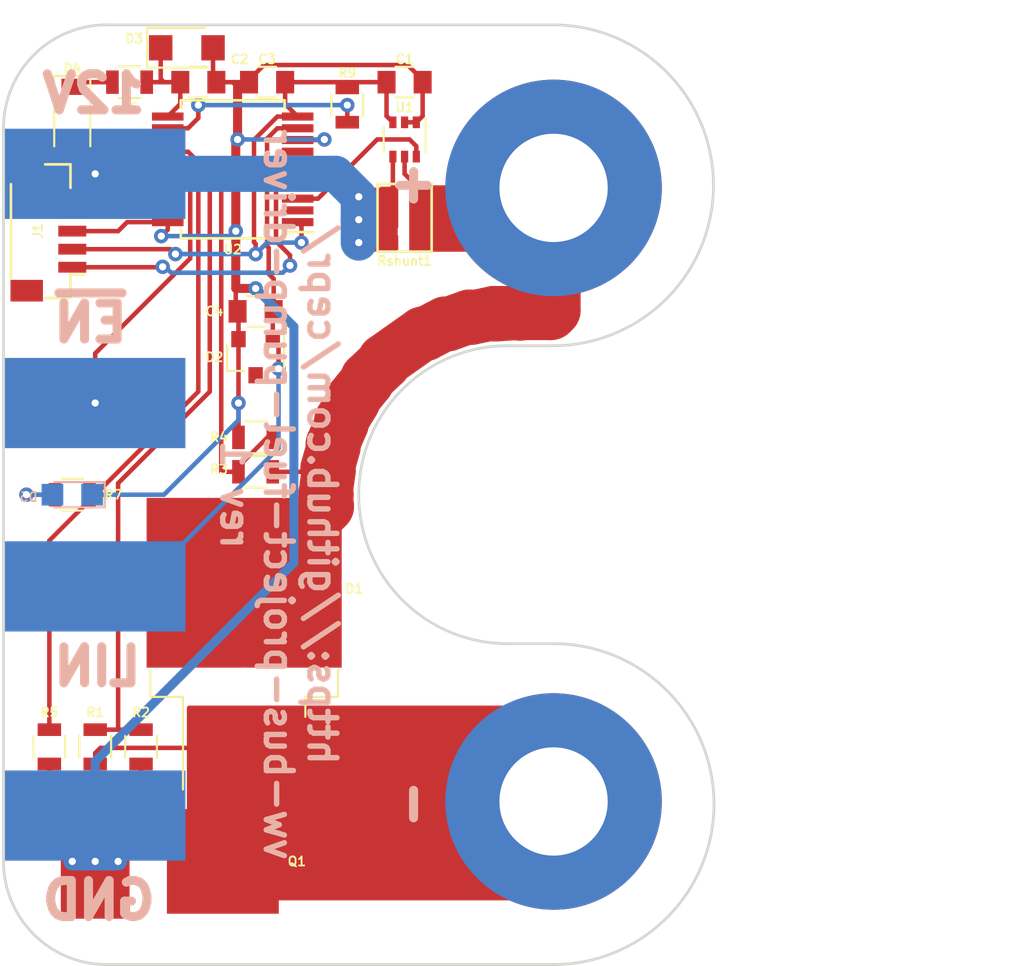
<source format=kicad_pcb>
(kicad_pcb (version 20171130) (host pcbnew 5.0.2-bee76a0~70~ubuntu18.04.1)

  (general
    (thickness 1.6)
    (drawings 17)
    (tracks 230)
    (zones 0)
    (modules 27)
    (nets 20)
  )

  (page A4)
  (layers
    (0 F.Cu signal)
    (31 B.Cu signal)
    (32 B.Adhes user)
    (33 F.Adhes user)
    (34 B.Paste user)
    (35 F.Paste user)
    (36 B.SilkS user)
    (37 F.SilkS user)
    (38 B.Mask user)
    (39 F.Mask user)
    (40 Dwgs.User user)
    (41 Cmts.User user)
    (42 Eco1.User user)
    (43 Eco2.User user)
    (44 Edge.Cuts user)
    (45 Margin user)
    (46 B.CrtYd user)
    (47 F.CrtYd user hide)
    (48 B.Fab user)
    (49 F.Fab user hide)
  )

  (setup
    (last_trace_width 0.25)
    (trace_clearance 0.2)
    (zone_clearance 0.508)
    (zone_45_only no)
    (trace_min 0.2)
    (segment_width 0.2)
    (edge_width 0.15)
    (via_size 0.8)
    (via_drill 0.4)
    (via_min_size 0.4)
    (via_min_drill 0.3)
    (uvia_size 0.3)
    (uvia_drill 0.1)
    (uvias_allowed no)
    (uvia_min_size 0.2)
    (uvia_min_drill 0.1)
    (pcb_text_width 0.3)
    (pcb_text_size 1.5 1.5)
    (mod_edge_width 0.15)
    (mod_text_size 1 1)
    (mod_text_width 0.15)
    (pad_size 1.524 1.524)
    (pad_drill 0.762)
    (pad_to_mask_clearance 0.051)
    (solder_mask_min_width 0.25)
    (aux_axis_origin 0 0)
    (visible_elements FFFDFF7F)
    (pcbplotparams
      (layerselection 0x010fc_ffffffff)
      (usegerberextensions false)
      (usegerberattributes false)
      (usegerberadvancedattributes false)
      (creategerberjobfile false)
      (excludeedgelayer true)
      (linewidth 0.100000)
      (plotframeref false)
      (viasonmask false)
      (mode 1)
      (useauxorigin false)
      (hpglpennumber 1)
      (hpglpenspeed 20)
      (hpglpendiameter 15.000000)
      (psnegative false)
      (psa4output false)
      (plotreference true)
      (plotvalue true)
      (plotinvisibletext false)
      (padsonsilk false)
      (subtractmaskfromsilk false)
      (outputformat 1)
      (mirror false)
      (drillshape 1)
      (scaleselection 1)
      (outputdirectory ""))
  )

  (net 0 "")
  (net 1 GND)
  (net 2 +5V)
  (net 3 "Net-(Q1-Pad1)")
  (net 4 +12V)
  (net 5 "Net-(C2-Pad1)")
  (net 6 "Net-(D4-Pad1)")
  (net 7 "Net-(D5-Pad2)")
  (net 8 "Net-(R9-Pad1)")
  (net 9 /MCU/LIN)
  (net 10 /Frontend/OUT+)
  (net 11 /Frontend/OUT-)
  (net 12 /MCU/ICSPCLK)
  (net 13 /MCU/ICSPDAT)
  (net 14 /MCU/~MCLR)
  (net 15 /MCU/EXT_EN)
  (net 16 /Frontend/OUT-SENSE)
  (net 17 /Frontend/OUT+SENSE)
  (net 18 /Frontend/EN)
  (net 19 /Frontend/CURRENT_SENSE)

  (net_class Default "This is the default net class."
    (clearance 0.2)
    (trace_width 0.25)
    (via_dia 0.8)
    (via_drill 0.4)
    (uvia_dia 0.3)
    (uvia_drill 0.1)
    (add_net +12V)
    (add_net +5V)
    (add_net /Frontend/CURRENT_SENSE)
    (add_net /Frontend/EN)
    (add_net /Frontend/OUT+)
    (add_net /Frontend/OUT+SENSE)
    (add_net /Frontend/OUT-)
    (add_net /Frontend/OUT-SENSE)
    (add_net /MCU/EXT_EN)
    (add_net /MCU/ICSPCLK)
    (add_net /MCU/ICSPDAT)
    (add_net /MCU/LIN)
    (add_net /MCU/~MCLR)
    (add_net GND)
    (add_net "Net-(C2-Pad1)")
    (add_net "Net-(D4-Pad1)")
    (add_net "Net-(D5-Pad2)")
    (add_net "Net-(Q1-Pad1)")
    (add_net "Net-(R9-Pad1)")
  )

  (module Project:369C (layer F.Cu) (tedit 5C5F8C88) (tstamp 5C5F9190)
    (at 131.445 121.92 270)
    (descr "369C ON Semi")
    (tags 369C)
    (path /5C621B5A/5C6233B9)
    (solder_mask_margin 0.05)
    (attr smd)
    (fp_text reference Q1 (at 0 -6.731 180) (layer F.SilkS)
      (effects (font (size 0.5 0.5) (thickness 0.1)))
    )
    (fp_text value NCV8401BDTRKG (at 0 1.25 270) (layer F.Fab) hide
      (effects (font (size 0.4 0.4) (thickness 0.1)))
    )
    (fp_line (start -2.7 -5) (end -2.7 -4.2) (layer F.Fab) (width 0.15))
    (fp_line (start 2.7 -5) (end 2.7 -4.2) (layer F.Fab) (width 0.15))
    (fp_line (start 0.3 3) (end 0.3 2) (layer F.Fab) (width 0.15))
    (fp_line (start -0.25 3) (end 0.25 3) (layer F.Fab) (width 0.15))
    (fp_line (start -0.3 2) (end -0.3 3) (layer F.Fab) (width 0.15))
    (fp_line (start 2.6 5) (end 2.6 2) (layer F.Fab) (width 0.15))
    (fp_line (start 2 5) (end 2.6 5) (layer F.Fab) (width 0.15))
    (fp_line (start 2 2) (end 2 5) (layer F.Fab) (width 0.15))
    (fp_line (start -2 2) (end -2 5) (layer F.Fab) (width 0.15))
    (fp_line (start -2.6 5) (end -2 5) (layer F.Fab) (width 0.15))
    (fp_line (start -2.6 2) (end -2.6 5) (layer F.Fab) (width 0.15))
    (fp_line (start -2.7 -5) (end 2.7 -5) (layer F.Fab) (width 0.15))
    (fp_line (start 3.5 -6) (end 3.5 5.3) (layer F.CrtYd) (width 0.05))
    (fp_line (start -3.5 -6) (end -3.5 5.3) (layer F.CrtYd) (width 0.05))
    (fp_line (start -3.5 5.3) (end 3.5 5.3) (layer F.CrtYd) (width 0.05))
    (fp_line (start -3.5 -6) (end 3.5 -6) (layer F.CrtYd) (width 0.05))
    (fp_text user %R (at 0 -2 270) (layer F.Fab)
      (effects (font (size 0.5 0.5) (thickness 0.1)))
    )
    (fp_line (start 3.25 -4.2) (end -3.25 -4.2) (layer F.Fab) (width 0.15))
    (fp_line (start -3.25 -4.2) (end -3.25 2) (layer F.Fab) (width 0.15))
    (fp_line (start -3.25 2) (end 3.25 2) (layer F.Fab) (width 0.15))
    (fp_line (start 3.25 2) (end 3.25 -4.2) (layer F.Fab) (width 0.15))
    (pad 1 smd rect (at -2.286 4.55 270) (size 1.6 3) (layers F.Cu F.Paste F.Mask)
      (net 3 "Net-(Q1-Pad1)"))
    (pad 2 smd rect (at 0 -2.63 270) (size 5.8 6.2) (layers F.Cu F.Paste F.Mask)
      (net 11 /Frontend/OUT-))
    (pad 3 smd rect (at 2.286 4.55 270) (size 1.6 3) (layers F.Cu F.Paste F.Mask)
      (net 1 GND))
    (model C:/Cad/Footprint/DPAK/3D/369A.step
      (at (xyz 0 0 0))
      (scale (xyz 1 1 1))
      (rotate (xyz 0 0 0))
    )
  )

  (module Project:CST0612 (layer F.Cu) (tedit 5C69B9FD) (tstamp 5C5F8D24)
    (at 144.145 87.63)
    (path /5C621B5A/5C6233DE)
    (fp_text reference Rshunt1 (at 0 1.016 180) (layer F.SilkS)
      (effects (font (size 0.5 0.5) (thickness 0.1)))
    )
    (fp_text value 750u (at 0 1.3) (layer F.Fab)
      (effects (font (size 1 1) (thickness 0.15)))
    )
    (fp_line (start -1 0.3) (end -1 -3.1) (layer F.CrtYd) (width 0.15))
    (fp_line (start 1 0.3) (end -1 0.3) (layer F.CrtYd) (width 0.15))
    (fp_line (start 1 -3.1) (end 1 0.3) (layer F.CrtYd) (width 0.15))
    (fp_line (start -1 -3.1) (end 1 -3.1) (layer F.CrtYd) (width 0.15))
    (fp_line (start -0.85 -0.35) (end -0.85 0.15) (layer F.Fab) (width 0.15))
    (fp_line (start 0.85 -0.35) (end 0.85 0.15) (layer F.Fab) (width 0.15))
    (fp_line (start 0.45 -0.85) (end 0.85 -0.85) (layer F.Fab) (width 0.15))
    (fp_line (start -0.85 -0.85) (end -0.45 -0.85) (layer F.Fab) (width 0.15))
    (fp_line (start 0.45 -0.35) (end 0.85 -0.35) (layer F.Fab) (width 0.15))
    (fp_line (start -0.85 -0.35) (end -0.45 -0.35) (layer F.Fab) (width 0.15))
    (fp_line (start 0.45 -2.95) (end 0.45 0.15) (layer F.Fab) (width 0.15))
    (fp_line (start -0.45 -2.95) (end -0.45 0.15) (layer F.Fab) (width 0.15))
    (fp_line (start -0.85 -0.85) (end -0.85 -2.95) (layer F.Fab) (width 0.15))
    (fp_line (start 0.85 0.15) (end -0.85 0.15) (layer F.Fab) (width 0.15))
    (fp_line (start 0.85 -2.95) (end 0.85 -0.85) (layer F.Fab) (width 0.15))
    (fp_line (start -0.85 -2.95) (end 0.85 -2.95) (layer F.Fab) (width 0.15))
    (fp_line (start -1.5 0.5) (end -1.5 -3.25) (layer F.SilkS) (width 0.15))
    (fp_line (start 1.5 0.5) (end -1.5 0.5) (layer F.SilkS) (width 0.15))
    (fp_line (start 1.5 -3.25) (end 1.5 0.5) (layer F.SilkS) (width 0.15))
    (fp_line (start -1.5 -3.25) (end 1.5 -3.25) (layer F.SilkS) (width 0.15))
    (pad 2 smd rect (at 0.85 -1.95) (size 1 2.3) (layers F.Cu F.Paste F.Mask)
      (net 10 /Frontend/OUT+))
    (pad 1 smd rect (at -0.85 -1.95) (size 1 2.3) (layers F.Cu F.Paste F.Mask)
      (net 4 +12V))
    (pad 2 smd rect (at 0.85 0) (size 1 0.8) (layers F.Cu F.Paste F.Mask)
      (net 10 /Frontend/OUT+))
    (pad 1 smd rect (at -0.85 0) (size 1 0.8) (layers F.Cu F.Paste F.Mask)
      (net 4 +12V))
  )

  (module Capacitors_SMD:C_0805 (layer F.Cu) (tedit 5C6070B8) (tstamp 5C5F8C81)
    (at 144.145 78.74)
    (descr "Capacitor SMD 0805, reflow soldering, AVX (see smccp.pdf)")
    (tags "capacitor 0805")
    (path /5C621B5A/5C623430)
    (attr smd)
    (fp_text reference C1 (at 0 -1.27 180) (layer F.SilkS)
      (effects (font (size 0.5 0.5) (thickness 0.1)))
    )
    (fp_text value 100n (at 0 1.75) (layer F.Fab)
      (effects (font (size 1 1) (thickness 0.15)))
    )
    (fp_line (start 1.75 0.87) (end -1.75 0.87) (layer F.CrtYd) (width 0.05))
    (fp_line (start 1.75 0.87) (end 1.75 -0.88) (layer F.CrtYd) (width 0.05))
    (fp_line (start -1.75 -0.88) (end -1.75 0.87) (layer F.CrtYd) (width 0.05))
    (fp_line (start -1.75 -0.88) (end 1.75 -0.88) (layer F.CrtYd) (width 0.05))
    (fp_line (start -0.5 0.85) (end 0.5 0.85) (layer F.SilkS) (width 0.12))
    (fp_line (start 0.5 -0.85) (end -0.5 -0.85) (layer F.SilkS) (width 0.12))
    (fp_line (start -1 -0.62) (end 1 -0.62) (layer F.Fab) (width 0.1))
    (fp_line (start 1 -0.62) (end 1 0.62) (layer F.Fab) (width 0.1))
    (fp_line (start 1 0.62) (end -1 0.62) (layer F.Fab) (width 0.1))
    (fp_line (start -1 0.62) (end -1 -0.62) (layer F.Fab) (width 0.1))
    (fp_text user %R (at 0 -1.5) (layer F.Fab)
      (effects (font (size 1 1) (thickness 0.15)))
    )
    (pad 2 smd rect (at 1 0) (size 1 1.25) (layers F.Cu F.Paste F.Mask)
      (net 1 GND))
    (pad 1 smd rect (at -1 0) (size 1 1.25) (layers F.Cu F.Paste F.Mask)
      (net 2 +5V))
    (model Capacitors_SMD.3dshapes/C_0805.wrl
      (at (xyz 0 0 0))
      (scale (xyz 1 1 1))
      (rotate (xyz 0 0 0))
    )
  )

  (module TO_SOT_Packages_SMD:TO-263-2 (layer F.Cu) (tedit 5C6070D7) (tstamp 5C5F8CA5)
    (at 135.255 109.855 90)
    (descr "TO-263 / D2PAK / DDPAK SMD package, http://www.infineon.com/cms/en/product/packages/PG-TO263/PG-TO263-3-1/")
    (tags "D2PAK DDPAK TO-263 D2PAK-3 TO-263-3 SOT-404")
    (path /5C621B5A/5C62341D)
    (attr smd)
    (fp_text reference D1 (at 3.048 6.096) (layer F.SilkS)
      (effects (font (size 0.5 0.5) (thickness 0.1)))
    )
    (fp_text value VB30100S-E3/8W (at 0 6.65 90) (layer F.Fab)
      (effects (font (size 1 1) (thickness 0.15)))
    )
    (fp_text user %R (at 0 0 90) (layer F.Fab)
      (effects (font (size 1 1) (thickness 0.15)))
    )
    (fp_line (start 8.32 -5.65) (end -8.32 -5.65) (layer F.CrtYd) (width 0.05))
    (fp_line (start 8.32 5.65) (end 8.32 -5.65) (layer F.CrtYd) (width 0.05))
    (fp_line (start -8.32 5.65) (end 8.32 5.65) (layer F.CrtYd) (width 0.05))
    (fp_line (start -8.32 -5.65) (end -8.32 5.65) (layer F.CrtYd) (width 0.05))
    (fp_line (start -2.95 3.39) (end -4.05 3.39) (layer F.SilkS) (width 0.12))
    (fp_line (start -2.95 5.2) (end -2.95 3.39) (layer F.SilkS) (width 0.12))
    (fp_line (start -1.45 5.2) (end -2.95 5.2) (layer F.SilkS) (width 0.12))
    (fp_line (start -2.95 -3.39) (end -8.075 -3.39) (layer F.SilkS) (width 0.12))
    (fp_line (start -2.95 -5.2) (end -2.95 -3.39) (layer F.SilkS) (width 0.12))
    (fp_line (start -1.45 -5.2) (end -2.95 -5.2) (layer F.SilkS) (width 0.12))
    (fp_line (start -7.45 3.04) (end -2.75 3.04) (layer F.Fab) (width 0.1))
    (fp_line (start -7.45 2.04) (end -7.45 3.04) (layer F.Fab) (width 0.1))
    (fp_line (start -2.75 2.04) (end -7.45 2.04) (layer F.Fab) (width 0.1))
    (fp_line (start -7.45 -2.04) (end -2.75 -2.04) (layer F.Fab) (width 0.1))
    (fp_line (start -7.45 -3.04) (end -7.45 -2.04) (layer F.Fab) (width 0.1))
    (fp_line (start -2.75 -3.04) (end -7.45 -3.04) (layer F.Fab) (width 0.1))
    (fp_line (start -1.75 -5) (end 6.5 -5) (layer F.Fab) (width 0.1))
    (fp_line (start -2.75 -4) (end -1.75 -5) (layer F.Fab) (width 0.1))
    (fp_line (start -2.75 5) (end -2.75 -4) (layer F.Fab) (width 0.1))
    (fp_line (start 6.5 5) (end -2.75 5) (layer F.Fab) (width 0.1))
    (fp_line (start 6.5 -5) (end 6.5 5) (layer F.Fab) (width 0.1))
    (fp_line (start 7.5 5) (end 6.5 5) (layer F.Fab) (width 0.1))
    (fp_line (start 7.5 -5) (end 7.5 5) (layer F.Fab) (width 0.1))
    (fp_line (start 6.5 -5) (end 7.5 -5) (layer F.Fab) (width 0.1))
    (pad 2 smd rect (at 0.95 2.775 90) (size 4.55 5.25) (layers F.Cu F.Paste)
      (net 10 /Frontend/OUT+))
    (pad 2 smd rect (at 5.8 -2.775 90) (size 4.55 5.25) (layers F.Cu F.Paste)
      (net 10 /Frontend/OUT+))
    (pad 2 smd rect (at 0.95 -2.775 90) (size 4.55 5.25) (layers F.Cu F.Paste)
      (net 10 /Frontend/OUT+))
    (pad 2 smd rect (at 5.8 2.775 90) (size 4.55 5.25) (layers F.Cu F.Paste)
      (net 10 /Frontend/OUT+))
    (pad 2 smd rect (at 3.375 0 90) (size 9.4 10.8) (layers F.Cu F.Mask)
      (net 10 /Frontend/OUT+))
    (pad 3 smd rect (at -5.775 2.54 90) (size 4.6 1.1) (layers F.Cu F.Paste F.Mask)
      (net 11 /Frontend/OUT-))
    (pad 1 smd rect (at -5.775 -2.54 90) (size 4.6 1.1) (layers F.Cu F.Paste F.Mask)
      (net 11 /Frontend/OUT-))
    (model ${KISYS3DMOD}/TO_SOT_Packages_SMD.3dshapes/TO-263-2.wrl
      (at (xyz 0 0 0))
      (scale (xyz 1 1 1))
      (rotate (xyz 0 0 0))
    )
  )

  (module Project:fuel_pump (layer F.Cu) (tedit 5C606FD4) (tstamp 5C69D87F)
    (at 152.4 101.6)
    (path /5C63FD8D)
    (fp_text reference M1 (at 0 0.5) (layer F.SilkS) hide
      (effects (font (size 1 1) (thickness 0.15)))
    )
    (fp_text value Motor_DC (at 0 -0.5) (layer F.Fab)
      (effects (font (size 1 1) (thickness 0.15)))
    )
    (fp_line (start 10 2) (end 7 2) (layer F.Fab) (width 0.15))
    (fp_line (start 10 -2) (end 7 -2) (layer F.Fab) (width 0.15))
    (fp_line (start -10 2) (end -7 2) (layer F.Fab) (width 0.15))
    (fp_line (start -10 -2) (end -7 -2) (layer F.Fab) (width 0.15))
    (fp_line (start -10 -2) (end -10 2) (layer F.Fab) (width 0.15))
    (fp_line (start 10 -2) (end 10 2) (layer F.Fab) (width 0.15))
    (fp_circle (center 0 0) (end 26 0) (layer F.Fab) (width 0.15))
    (fp_circle (center 0 0) (end 7 0) (layer F.Fab) (width 0.15))
    (pad 2 thru_hole circle (at 0 17) (size 12 12) (drill 6) (layers *.Cu *.Mask)
      (net 11 /Frontend/OUT-))
    (pad 1 thru_hole circle (at 0 -17) (size 12 12) (drill 6) (layers *.Cu *.Mask)
      (net 10 /Frontend/OUT+))
  )

  (module Resistors_SMD:R_0805 (layer F.Cu) (tedit 5C607024) (tstamp 5C608911)
    (at 127 115.57 90)
    (descr "Resistor SMD 0805, reflow soldering, Vishay (see dcrcw.pdf)")
    (tags "resistor 0805")
    (path /5C621B5A/5C6233FD)
    (attr smd)
    (fp_text reference R1 (at 1.905 0 180) (layer F.SilkS)
      (effects (font (size 0.5 0.5) (thickness 0.1)))
    )
    (fp_text value 22.1k (at 0 1.75 90) (layer F.Fab)
      (effects (font (size 1 1) (thickness 0.15)))
    )
    (fp_line (start 1.55 0.9) (end -1.55 0.9) (layer F.CrtYd) (width 0.05))
    (fp_line (start 1.55 0.9) (end 1.55 -0.9) (layer F.CrtYd) (width 0.05))
    (fp_line (start -1.55 -0.9) (end -1.55 0.9) (layer F.CrtYd) (width 0.05))
    (fp_line (start -1.55 -0.9) (end 1.55 -0.9) (layer F.CrtYd) (width 0.05))
    (fp_line (start -0.6 -0.88) (end 0.6 -0.88) (layer F.SilkS) (width 0.12))
    (fp_line (start 0.6 0.88) (end -0.6 0.88) (layer F.SilkS) (width 0.12))
    (fp_line (start -1 -0.62) (end 1 -0.62) (layer F.Fab) (width 0.1))
    (fp_line (start 1 -0.62) (end 1 0.62) (layer F.Fab) (width 0.1))
    (fp_line (start 1 0.62) (end -1 0.62) (layer F.Fab) (width 0.1))
    (fp_line (start -1 0.62) (end -1 -0.62) (layer F.Fab) (width 0.1))
    (fp_text user %R (at 0 0 90) (layer F.Fab)
      (effects (font (size 0.5 0.5) (thickness 0.075)))
    )
    (pad 2 smd rect (at 0.95 0 90) (size 0.7 1.3) (layers F.Cu F.Paste F.Mask)
      (net 16 /Frontend/OUT-SENSE))
    (pad 1 smd rect (at -0.95 0 90) (size 0.7 1.3) (layers F.Cu F.Paste F.Mask)
      (net 11 /Frontend/OUT-))
    (model ${KISYS3DMOD}/Resistors_SMD.3dshapes/R_0805.wrl
      (at (xyz 0 0 0))
      (scale (xyz 1 1 1))
      (rotate (xyz 0 0 0))
    )
  )

  (module Resistors_SMD:R_0805 (layer F.Cu) (tedit 5C607027) (tstamp 5C608941)
    (at 129.54 115.57 270)
    (descr "Resistor SMD 0805, reflow soldering, Vishay (see dcrcw.pdf)")
    (tags "resistor 0805")
    (path /5C621B5A/5C6233F5)
    (attr smd)
    (fp_text reference R2 (at -1.905 0) (layer F.SilkS)
      (effects (font (size 0.5 0.5) (thickness 0.1)))
    )
    (fp_text value 10.7k (at 0 1.75 270) (layer F.Fab)
      (effects (font (size 1 1) (thickness 0.15)))
    )
    (fp_text user %R (at 0 0 270) (layer F.Fab)
      (effects (font (size 0.5 0.5) (thickness 0.075)))
    )
    (fp_line (start -1 0.62) (end -1 -0.62) (layer F.Fab) (width 0.1))
    (fp_line (start 1 0.62) (end -1 0.62) (layer F.Fab) (width 0.1))
    (fp_line (start 1 -0.62) (end 1 0.62) (layer F.Fab) (width 0.1))
    (fp_line (start -1 -0.62) (end 1 -0.62) (layer F.Fab) (width 0.1))
    (fp_line (start 0.6 0.88) (end -0.6 0.88) (layer F.SilkS) (width 0.12))
    (fp_line (start -0.6 -0.88) (end 0.6 -0.88) (layer F.SilkS) (width 0.12))
    (fp_line (start -1.55 -0.9) (end 1.55 -0.9) (layer F.CrtYd) (width 0.05))
    (fp_line (start -1.55 -0.9) (end -1.55 0.9) (layer F.CrtYd) (width 0.05))
    (fp_line (start 1.55 0.9) (end 1.55 -0.9) (layer F.CrtYd) (width 0.05))
    (fp_line (start 1.55 0.9) (end -1.55 0.9) (layer F.CrtYd) (width 0.05))
    (pad 1 smd rect (at -0.95 0 270) (size 0.7 1.3) (layers F.Cu F.Paste F.Mask)
      (net 16 /Frontend/OUT-SENSE))
    (pad 2 smd rect (at 0.95 0 270) (size 0.7 1.3) (layers F.Cu F.Paste F.Mask)
      (net 1 GND))
    (model ${KISYS3DMOD}/Resistors_SMD.3dshapes/R_0805.wrl
      (at (xyz 0 0 0))
      (scale (xyz 1 1 1))
      (rotate (xyz 0 0 0))
    )
  )

  (module Resistors_SMD:R_0805 (layer F.Cu) (tedit 5C60702E) (tstamp 5C609E65)
    (at 135.89 100.33 180)
    (descr "Resistor SMD 0805, reflow soldering, Vishay (see dcrcw.pdf)")
    (tags "resistor 0805")
    (path /5C621B5A/5C623462)
    (attr smd)
    (fp_text reference R3 (at 2.032 0.127 180) (layer F.SilkS)
      (effects (font (size 0.5 0.5) (thickness 0.1)))
    )
    (fp_text value 22.1k (at 0 1.75 180) (layer F.Fab)
      (effects (font (size 1 1) (thickness 0.15)))
    )
    (fp_text user %R (at 0 0 180) (layer F.Fab)
      (effects (font (size 0.5 0.5) (thickness 0.075)))
    )
    (fp_line (start -1 0.62) (end -1 -0.62) (layer F.Fab) (width 0.1))
    (fp_line (start 1 0.62) (end -1 0.62) (layer F.Fab) (width 0.1))
    (fp_line (start 1 -0.62) (end 1 0.62) (layer F.Fab) (width 0.1))
    (fp_line (start -1 -0.62) (end 1 -0.62) (layer F.Fab) (width 0.1))
    (fp_line (start 0.6 0.88) (end -0.6 0.88) (layer F.SilkS) (width 0.12))
    (fp_line (start -0.6 -0.88) (end 0.6 -0.88) (layer F.SilkS) (width 0.12))
    (fp_line (start -1.55 -0.9) (end 1.55 -0.9) (layer F.CrtYd) (width 0.05))
    (fp_line (start -1.55 -0.9) (end -1.55 0.9) (layer F.CrtYd) (width 0.05))
    (fp_line (start 1.55 0.9) (end 1.55 -0.9) (layer F.CrtYd) (width 0.05))
    (fp_line (start 1.55 0.9) (end -1.55 0.9) (layer F.CrtYd) (width 0.05))
    (pad 1 smd rect (at -0.95 0 180) (size 0.7 1.3) (layers F.Cu F.Paste F.Mask)
      (net 10 /Frontend/OUT+))
    (pad 2 smd rect (at 0.95 0 180) (size 0.7 1.3) (layers F.Cu F.Paste F.Mask)
      (net 17 /Frontend/OUT+SENSE))
    (model ${KISYS3DMOD}/Resistors_SMD.3dshapes/R_0805.wrl
      (at (xyz 0 0 0))
      (scale (xyz 1 1 1))
      (rotate (xyz 0 0 0))
    )
  )

  (module Resistors_SMD:R_0805 (layer F.Cu) (tedit 5C60702B) (tstamp 5C608D31)
    (at 135.89 98.425 180)
    (descr "Resistor SMD 0805, reflow soldering, Vishay (see dcrcw.pdf)")
    (tags "resistor 0805")
    (path /5C621B5A/5C62346A)
    (attr smd)
    (fp_text reference R4 (at 2.032 0) (layer F.SilkS)
      (effects (font (size 0.5 0.5) (thickness 0.1)))
    )
    (fp_text value 10.7k (at 0 1.75 180) (layer F.Fab)
      (effects (font (size 1 1) (thickness 0.15)))
    )
    (fp_line (start 1.55 0.9) (end -1.55 0.9) (layer F.CrtYd) (width 0.05))
    (fp_line (start 1.55 0.9) (end 1.55 -0.9) (layer F.CrtYd) (width 0.05))
    (fp_line (start -1.55 -0.9) (end -1.55 0.9) (layer F.CrtYd) (width 0.05))
    (fp_line (start -1.55 -0.9) (end 1.55 -0.9) (layer F.CrtYd) (width 0.05))
    (fp_line (start -0.6 -0.88) (end 0.6 -0.88) (layer F.SilkS) (width 0.12))
    (fp_line (start 0.6 0.88) (end -0.6 0.88) (layer F.SilkS) (width 0.12))
    (fp_line (start -1 -0.62) (end 1 -0.62) (layer F.Fab) (width 0.1))
    (fp_line (start 1 -0.62) (end 1 0.62) (layer F.Fab) (width 0.1))
    (fp_line (start 1 0.62) (end -1 0.62) (layer F.Fab) (width 0.1))
    (fp_line (start -1 0.62) (end -1 -0.62) (layer F.Fab) (width 0.1))
    (fp_text user %R (at 0 0 180) (layer F.Fab)
      (effects (font (size 0.5 0.5) (thickness 0.075)))
    )
    (pad 2 smd rect (at 0.95 0 180) (size 0.7 1.3) (layers F.Cu F.Paste F.Mask)
      (net 1 GND))
    (pad 1 smd rect (at -0.95 0 180) (size 0.7 1.3) (layers F.Cu F.Paste F.Mask)
      (net 17 /Frontend/OUT+SENSE))
    (model ${KISYS3DMOD}/Resistors_SMD.3dshapes/R_0805.wrl
      (at (xyz 0 0 0))
      (scale (xyz 1 1 1))
      (rotate (xyz 0 0 0))
    )
  )

  (module Resistors_SMD:R_0805 (layer F.Cu) (tedit 5C60704E) (tstamp 5C6089AA)
    (at 124.46 115.57 90)
    (descr "Resistor SMD 0805, reflow soldering, Vishay (see dcrcw.pdf)")
    (tags "resistor 0805")
    (path /5C621B5A/5C6233CD)
    (attr smd)
    (fp_text reference R5 (at 1.905 0 180) (layer F.SilkS)
      (effects (font (size 0.5 0.5) (thickness 0.1)))
    )
    (fp_text value 150 (at 0 1.75 90) (layer F.Fab)
      (effects (font (size 1 1) (thickness 0.15)))
    )
    (fp_line (start 1.55 0.9) (end -1.55 0.9) (layer F.CrtYd) (width 0.05))
    (fp_line (start 1.55 0.9) (end 1.55 -0.9) (layer F.CrtYd) (width 0.05))
    (fp_line (start -1.55 -0.9) (end -1.55 0.9) (layer F.CrtYd) (width 0.05))
    (fp_line (start -1.55 -0.9) (end 1.55 -0.9) (layer F.CrtYd) (width 0.05))
    (fp_line (start -0.6 -0.88) (end 0.6 -0.88) (layer F.SilkS) (width 0.12))
    (fp_line (start 0.6 0.88) (end -0.6 0.88) (layer F.SilkS) (width 0.12))
    (fp_line (start -1 -0.62) (end 1 -0.62) (layer F.Fab) (width 0.1))
    (fp_line (start 1 -0.62) (end 1 0.62) (layer F.Fab) (width 0.1))
    (fp_line (start 1 0.62) (end -1 0.62) (layer F.Fab) (width 0.1))
    (fp_line (start -1 0.62) (end -1 -0.62) (layer F.Fab) (width 0.1))
    (fp_text user %R (at 0 0 90) (layer F.Fab)
      (effects (font (size 0.5 0.5) (thickness 0.075)))
    )
    (pad 2 smd rect (at 0.95 0 90) (size 0.7 1.3) (layers F.Cu F.Paste F.Mask)
      (net 18 /Frontend/EN))
    (pad 1 smd rect (at -0.95 0 90) (size 0.7 1.3) (layers F.Cu F.Paste F.Mask)
      (net 3 "Net-(Q1-Pad1)"))
    (model ${KISYS3DMOD}/Resistors_SMD.3dshapes/R_0805.wrl
      (at (xyz 0 0 0))
      (scale (xyz 1 1 1))
      (rotate (xyz 0 0 0))
    )
  )

  (module TO_SOT_Packages_SMD:SOT-363_SC-70-6 (layer F.Cu) (tedit 5C6070F9) (tstamp 5C5F8D3A)
    (at 144.145 81.915 270)
    (descr "SOT-363, SC-70-6")
    (tags "SOT-363 SC-70-6")
    (path /5C621B5A/5C6233D6)
    (attr smd)
    (fp_text reference U1 (at -1.778 0) (layer F.SilkS)
      (effects (font (size 0.5 0.5) (thickness 0.1)))
    )
    (fp_text value INA199x3_SC70 (at 0 2 90) (layer F.Fab)
      (effects (font (size 1 1) (thickness 0.15)))
    )
    (fp_line (start -0.175 -1.1) (end -0.675 -0.6) (layer F.Fab) (width 0.1))
    (fp_line (start 0.675 1.1) (end -0.675 1.1) (layer F.Fab) (width 0.1))
    (fp_line (start 0.675 -1.1) (end 0.675 1.1) (layer F.Fab) (width 0.1))
    (fp_line (start -1.6 1.4) (end 1.6 1.4) (layer F.CrtYd) (width 0.05))
    (fp_line (start -0.675 -0.6) (end -0.675 1.1) (layer F.Fab) (width 0.1))
    (fp_line (start 0.675 -1.1) (end -0.175 -1.1) (layer F.Fab) (width 0.1))
    (fp_line (start -1.6 -1.4) (end 1.6 -1.4) (layer F.CrtYd) (width 0.05))
    (fp_line (start -1.6 -1.4) (end -1.6 1.4) (layer F.CrtYd) (width 0.05))
    (fp_line (start 1.6 1.4) (end 1.6 -1.4) (layer F.CrtYd) (width 0.05))
    (fp_line (start -0.7 1.16) (end 0.7 1.16) (layer F.SilkS) (width 0.12))
    (fp_line (start 0.7 -1.16) (end -1.2 -1.16) (layer F.SilkS) (width 0.12))
    (fp_text user %R (at 0 0) (layer F.Fab)
      (effects (font (size 0.5 0.5) (thickness 0.075)))
    )
    (pad 6 smd rect (at 0.95 -0.65 270) (size 0.65 0.4) (layers F.Cu F.Paste F.Mask)
      (net 19 /Frontend/CURRENT_SENSE))
    (pad 4 smd rect (at 0.95 0.65 270) (size 0.65 0.4) (layers F.Cu F.Paste F.Mask)
      (net 4 +12V))
    (pad 2 smd rect (at -0.95 0 270) (size 0.65 0.4) (layers F.Cu F.Paste F.Mask)
      (net 1 GND))
    (pad 5 smd rect (at 0.95 0 270) (size 0.65 0.4) (layers F.Cu F.Paste F.Mask)
      (net 10 /Frontend/OUT+))
    (pad 3 smd rect (at -0.95 0.65 270) (size 0.65 0.4) (layers F.Cu F.Paste F.Mask)
      (net 2 +5V))
    (pad 1 smd rect (at -0.95 -0.65 270) (size 0.65 0.4) (layers F.Cu F.Paste F.Mask)
      (net 1 GND))
    (model ${KISYS3DMOD}/TO_SOT_Packages_SMD.3dshapes/SOT-363_SC-70-6.wrl
      (at (xyz 0 0 0))
      (scale (xyz 1 1 1))
      (rotate (xyz 0 0 0))
    )
  )

  (module Capacitors_SMD:C_0805 (layer F.Cu) (tedit 5C607084) (tstamp 5C608AF4)
    (at 132.715 78.74)
    (descr "Capacitor SMD 0805, reflow soldering, AVX (see smccp.pdf)")
    (tags "capacitor 0805")
    (path /5C621B73/5C6242A8)
    (attr smd)
    (fp_text reference C2 (at 2.286 -1.27) (layer F.SilkS)
      (effects (font (size 0.5 0.5) (thickness 0.1)))
    )
    (fp_text value 22uF (at 0 1.75) (layer F.Fab)
      (effects (font (size 1 1) (thickness 0.15)))
    )
    (fp_line (start 1.75 0.87) (end -1.75 0.87) (layer F.CrtYd) (width 0.05))
    (fp_line (start 1.75 0.87) (end 1.75 -0.88) (layer F.CrtYd) (width 0.05))
    (fp_line (start -1.75 -0.88) (end -1.75 0.87) (layer F.CrtYd) (width 0.05))
    (fp_line (start -1.75 -0.88) (end 1.75 -0.88) (layer F.CrtYd) (width 0.05))
    (fp_line (start -0.5 0.85) (end 0.5 0.85) (layer F.SilkS) (width 0.12))
    (fp_line (start 0.5 -0.85) (end -0.5 -0.85) (layer F.SilkS) (width 0.12))
    (fp_line (start -1 -0.62) (end 1 -0.62) (layer F.Fab) (width 0.1))
    (fp_line (start 1 -0.62) (end 1 0.62) (layer F.Fab) (width 0.1))
    (fp_line (start 1 0.62) (end -1 0.62) (layer F.Fab) (width 0.1))
    (fp_line (start -1 0.62) (end -1 -0.62) (layer F.Fab) (width 0.1))
    (fp_text user %R (at 0 -1.5) (layer F.Fab)
      (effects (font (size 1 1) (thickness 0.15)))
    )
    (pad 2 smd rect (at 1 0) (size 1 1.25) (layers F.Cu F.Paste F.Mask)
      (net 1 GND))
    (pad 1 smd rect (at -1 0) (size 1 1.25) (layers F.Cu F.Paste F.Mask)
      (net 5 "Net-(C2-Pad1)"))
    (model Capacitors_SMD.3dshapes/C_0805.wrl
      (at (xyz 0 0 0))
      (scale (xyz 1 1 1))
      (rotate (xyz 0 0 0))
    )
  )

  (module Capacitors_SMD:C_0805 (layer F.Cu) (tedit 5C606FF2) (tstamp 5C60897A)
    (at 136.525 78.74)
    (descr "Capacitor SMD 0805, reflow soldering, AVX (see smccp.pdf)")
    (tags "capacitor 0805")
    (path /5C621B73/5C624F5E)
    (attr smd)
    (fp_text reference C3 (at 0 -1.27) (layer F.SilkS)
      (effects (font (size 0.5 0.5) (thickness 0.1)))
    )
    (fp_text value 10uF (at 0 1.75) (layer F.Fab)
      (effects (font (size 1 1) (thickness 0.15)))
    )
    (fp_text user %R (at 0 -1.5) (layer F.Fab)
      (effects (font (size 1 1) (thickness 0.15)))
    )
    (fp_line (start -1 0.62) (end -1 -0.62) (layer F.Fab) (width 0.1))
    (fp_line (start 1 0.62) (end -1 0.62) (layer F.Fab) (width 0.1))
    (fp_line (start 1 -0.62) (end 1 0.62) (layer F.Fab) (width 0.1))
    (fp_line (start -1 -0.62) (end 1 -0.62) (layer F.Fab) (width 0.1))
    (fp_line (start 0.5 -0.85) (end -0.5 -0.85) (layer F.SilkS) (width 0.12))
    (fp_line (start -0.5 0.85) (end 0.5 0.85) (layer F.SilkS) (width 0.12))
    (fp_line (start -1.75 -0.88) (end 1.75 -0.88) (layer F.CrtYd) (width 0.05))
    (fp_line (start -1.75 -0.88) (end -1.75 0.87) (layer F.CrtYd) (width 0.05))
    (fp_line (start 1.75 0.87) (end 1.75 -0.88) (layer F.CrtYd) (width 0.05))
    (fp_line (start 1.75 0.87) (end -1.75 0.87) (layer F.CrtYd) (width 0.05))
    (pad 1 smd rect (at -1 0) (size 1 1.25) (layers F.Cu F.Paste F.Mask)
      (net 1 GND))
    (pad 2 smd rect (at 1 0) (size 1 1.25) (layers F.Cu F.Paste F.Mask)
      (net 2 +5V))
    (model Capacitors_SMD.3dshapes/C_0805.wrl
      (at (xyz 0 0 0))
      (scale (xyz 1 1 1))
      (rotate (xyz 0 0 0))
    )
  )

  (module TO_SOT_Packages_SMD:SOT-23 (layer F.Cu) (tedit 5C607003) (tstamp 5C608B5B)
    (at 135.89 93.98 270)
    (descr "SOT-23, Standard")
    (tags SOT-23)
    (path /5C621B73/5C634AC4)
    (attr smd)
    (fp_text reference D2 (at 0 2.286) (layer F.SilkS)
      (effects (font (size 0.5 0.5) (thickness 0.1)))
    )
    (fp_text value MMBZ27V (at 0 2.5 270) (layer F.Fab)
      (effects (font (size 1 1) (thickness 0.15)))
    )
    (fp_line (start 0.76 1.58) (end -0.7 1.58) (layer F.SilkS) (width 0.12))
    (fp_line (start 0.76 -1.58) (end -1.4 -1.58) (layer F.SilkS) (width 0.12))
    (fp_line (start -1.7 1.75) (end -1.7 -1.75) (layer F.CrtYd) (width 0.05))
    (fp_line (start 1.7 1.75) (end -1.7 1.75) (layer F.CrtYd) (width 0.05))
    (fp_line (start 1.7 -1.75) (end 1.7 1.75) (layer F.CrtYd) (width 0.05))
    (fp_line (start -1.7 -1.75) (end 1.7 -1.75) (layer F.CrtYd) (width 0.05))
    (fp_line (start 0.76 -1.58) (end 0.76 -0.65) (layer F.SilkS) (width 0.12))
    (fp_line (start 0.76 1.58) (end 0.76 0.65) (layer F.SilkS) (width 0.12))
    (fp_line (start -0.7 1.52) (end 0.7 1.52) (layer F.Fab) (width 0.1))
    (fp_line (start 0.7 -1.52) (end 0.7 1.52) (layer F.Fab) (width 0.1))
    (fp_line (start -0.7 -0.95) (end -0.15 -1.52) (layer F.Fab) (width 0.1))
    (fp_line (start -0.15 -1.52) (end 0.7 -1.52) (layer F.Fab) (width 0.1))
    (fp_line (start -0.7 -0.95) (end -0.7 1.5) (layer F.Fab) (width 0.1))
    (fp_text user %R (at 0 0) (layer F.Fab)
      (effects (font (size 0.5 0.5) (thickness 0.075)))
    )
    (pad 3 smd rect (at 1 0 270) (size 0.9 0.8) (layers F.Cu F.Paste F.Mask))
    (pad 2 smd rect (at -1 0.95 270) (size 0.9 0.8) (layers F.Cu F.Paste F.Mask)
      (net 1 GND))
    (pad 1 smd rect (at -1 -0.95 270) (size 0.9 0.8) (layers F.Cu F.Paste F.Mask)
      (net 9 /MCU/LIN))
    (model ${KISYS3DMOD}/TO_SOT_Packages_SMD.3dshapes/SOT-23.wrl
      (at (xyz 0 0 0))
      (scale (xyz 1 1 1))
      (rotate (xyz 0 0 0))
    )
  )

  (module Project:D_SMF (layer F.Cu) (tedit 5C607080) (tstamp 5C608BAC)
    (at 132.08 76.835)
    (descr "Diode SMD in 0805 package http://datasheets.avx.com/schottky.pdf")
    (tags "smd diode")
    (path /5C621B73/5C6247CE)
    (attr smd)
    (fp_text reference D3 (at -2.921 -0.508) (layer F.SilkS)
      (effects (font (size 0.5 0.5) (thickness 0.1)))
    )
    (fp_text value D_Schottky (at 0 1.85) (layer F.Fab)
      (effects (font (size 1 1) (thickness 0.15)))
    )
    (fp_text user %R (at 0 -1.8) (layer F.Fab)
      (effects (font (size 1 1) (thickness 0.15)))
    )
    (fp_line (start -2.2 -1.1) (end -2.2 1.1) (layer F.SilkS) (width 0.12))
    (fp_line (start -1.45 1.05) (end -1.45 -1.05) (layer F.CrtYd) (width 0.05))
    (fp_line (start 1.45 1.05) (end -1.45 1.05) (layer F.CrtYd) (width 0.05))
    (fp_line (start 1.45 -1.05) (end 1.45 1.05) (layer F.CrtYd) (width 0.05))
    (fp_line (start -1.45 -1.05) (end 1.45 -1.05) (layer F.CrtYd) (width 0.05))
    (fp_line (start 0.2 0) (end 0.4 0) (layer F.Fab) (width 0.1))
    (fp_line (start -0.1 0) (end -0.3 0) (layer F.Fab) (width 0.1))
    (fp_line (start -0.1 -0.2) (end -0.1 0.2) (layer F.Fab) (width 0.1))
    (fp_line (start 0.2 0.2) (end 0.2 -0.2) (layer F.Fab) (width 0.1))
    (fp_line (start -0.1 0) (end 0.2 0.2) (layer F.Fab) (width 0.1))
    (fp_line (start 0.2 -0.2) (end -0.1 0) (layer F.Fab) (width 0.1))
    (fp_line (start -1.35 0.95) (end -1.35 -0.95) (layer F.Fab) (width 0.1))
    (fp_line (start 1.35 0.95) (end -1.35 0.95) (layer F.Fab) (width 0.1))
    (fp_line (start 1.35 -0.95) (end 1.35 0.95) (layer F.Fab) (width 0.1))
    (fp_line (start -1.35 -0.95) (end 1.35 -0.95) (layer F.Fab) (width 0.1))
    (fp_line (start -2.2 1.1) (end 1.1 1.1) (layer F.SilkS) (width 0.12))
    (fp_line (start -2.2 -1.1) (end 1 -1.1) (layer F.SilkS) (width 0.12))
    (pad 1 smd rect (at -1.45 0) (size 1.3 1.4) (layers F.Cu F.Paste F.Mask)
      (net 5 "Net-(C2-Pad1)"))
    (pad 2 smd rect (at 1.45 0) (size 1.3 1.4) (layers F.Cu F.Paste F.Mask)
      (net 1 GND))
    (model ${KISYS3DMOD}/Diodes_SMD.3dshapes/D_0805.wrl
      (at (xyz 0 0 0))
      (scale (xyz 1 1 1))
      (rotate (xyz 0 0 0))
    )
  )

  (module Diodes_SMD:D_SOD-123 (layer F.Cu) (tedit 5C60707A) (tstamp 5C608C1F)
    (at 125.73 80.645 270)
    (descr SOD-123)
    (tags SOD-123)
    (path /5C621B73/5C624AD8)
    (attr smd)
    (fp_text reference D4 (at -2.667 0) (layer F.SilkS)
      (effects (font (size 0.5 0.5) (thickness 0.1)))
    )
    (fp_text value 1N4148 (at 0 2.1 270) (layer F.Fab)
      (effects (font (size 1 1) (thickness 0.15)))
    )
    (fp_line (start -2.25 -1) (end 1.65 -1) (layer F.SilkS) (width 0.12))
    (fp_line (start -2.25 1) (end 1.65 1) (layer F.SilkS) (width 0.12))
    (fp_line (start -2.35 -1.15) (end -2.35 1.15) (layer F.CrtYd) (width 0.05))
    (fp_line (start 2.35 1.15) (end -2.35 1.15) (layer F.CrtYd) (width 0.05))
    (fp_line (start 2.35 -1.15) (end 2.35 1.15) (layer F.CrtYd) (width 0.05))
    (fp_line (start -2.35 -1.15) (end 2.35 -1.15) (layer F.CrtYd) (width 0.05))
    (fp_line (start -1.4 -0.9) (end 1.4 -0.9) (layer F.Fab) (width 0.1))
    (fp_line (start 1.4 -0.9) (end 1.4 0.9) (layer F.Fab) (width 0.1))
    (fp_line (start 1.4 0.9) (end -1.4 0.9) (layer F.Fab) (width 0.1))
    (fp_line (start -1.4 0.9) (end -1.4 -0.9) (layer F.Fab) (width 0.1))
    (fp_line (start -0.75 0) (end -0.35 0) (layer F.Fab) (width 0.1))
    (fp_line (start -0.35 0) (end -0.35 -0.55) (layer F.Fab) (width 0.1))
    (fp_line (start -0.35 0) (end -0.35 0.55) (layer F.Fab) (width 0.1))
    (fp_line (start -0.35 0) (end 0.25 -0.4) (layer F.Fab) (width 0.1))
    (fp_line (start 0.25 -0.4) (end 0.25 0.4) (layer F.Fab) (width 0.1))
    (fp_line (start 0.25 0.4) (end -0.35 0) (layer F.Fab) (width 0.1))
    (fp_line (start 0.25 0) (end 0.75 0) (layer F.Fab) (width 0.1))
    (fp_line (start -2.25 -1) (end -2.25 1) (layer F.SilkS) (width 0.12))
    (fp_text user %R (at 0 -2 270) (layer F.Fab)
      (effects (font (size 1 1) (thickness 0.15)))
    )
    (pad 2 smd rect (at 1.65 0 270) (size 0.9 1.2) (layers F.Cu F.Paste F.Mask)
      (net 4 +12V))
    (pad 1 smd rect (at -1.65 0 270) (size 0.9 1.2) (layers F.Cu F.Paste F.Mask)
      (net 6 "Net-(D4-Pad1)"))
    (model ${KISYS3DMOD}/Diodes_SMD.3dshapes/D_SOD-123.wrl
      (at (xyz 0 0 0))
      (scale (xyz 1 1 1))
      (rotate (xyz 0 0 0))
    )
  )

  (module LEDs:LED_0805 (layer B.Cu) (tedit 5C607043) (tstamp 5C608C94)
    (at 125.73 101.6 180)
    (descr "LED 0805 smd package")
    (tags "LED led 0805 SMD smd SMT smt smdled SMDLED smtled SMTLED")
    (path /5C621B73/5C62A9FE)
    (attr smd)
    (fp_text reference D5 (at 2.413 -0.127 180) (layer B.SilkS)
      (effects (font (size 0.5 0.5) (thickness 0.1)) (justify mirror))
    )
    (fp_text value LED (at 0 -1.55 180) (layer B.Fab)
      (effects (font (size 1 1) (thickness 0.15)) (justify mirror))
    )
    (fp_text user %R (at 0 1.25 180) (layer B.Fab)
      (effects (font (size 0.4 0.4) (thickness 0.1)) (justify mirror))
    )
    (fp_line (start -1.95 0.85) (end 1.95 0.85) (layer B.CrtYd) (width 0.05))
    (fp_line (start -1.95 -0.85) (end -1.95 0.85) (layer B.CrtYd) (width 0.05))
    (fp_line (start 1.95 -0.85) (end -1.95 -0.85) (layer B.CrtYd) (width 0.05))
    (fp_line (start 1.95 0.85) (end 1.95 -0.85) (layer B.CrtYd) (width 0.05))
    (fp_line (start -1.8 0.7) (end 1 0.7) (layer B.SilkS) (width 0.12))
    (fp_line (start -1.8 -0.7) (end 1 -0.7) (layer B.SilkS) (width 0.12))
    (fp_line (start -1 -0.6) (end -1 0.6) (layer B.Fab) (width 0.1))
    (fp_line (start -1 0.6) (end 1 0.6) (layer B.Fab) (width 0.1))
    (fp_line (start 1 0.6) (end 1 -0.6) (layer B.Fab) (width 0.1))
    (fp_line (start 1 -0.6) (end -1 -0.6) (layer B.Fab) (width 0.1))
    (fp_line (start 0.2 0.4) (end 0.2 -0.4) (layer B.Fab) (width 0.1))
    (fp_line (start 0.2 -0.4) (end -0.4 0) (layer B.Fab) (width 0.1))
    (fp_line (start -0.4 0) (end 0.2 0.4) (layer B.Fab) (width 0.1))
    (fp_line (start -0.4 0.4) (end -0.4 -0.4) (layer B.Fab) (width 0.1))
    (fp_line (start -1.8 0.7) (end -1.8 -0.7) (layer B.SilkS) (width 0.12))
    (pad 1 smd rect (at -1.1 0) (size 1.2 1.2) (layers B.Cu B.Paste B.Mask)
      (net 1 GND))
    (pad 2 smd rect (at 1.1 0) (size 1.2 1.2) (layers B.Cu B.Paste B.Mask)
      (net 7 "Net-(D5-Pad2)"))
    (model ${KISYS3DMOD}/LEDs.3dshapes/LED_0805.wrl
      (at (xyz 0 0 0))
      (scale (xyz 1 1 1))
      (rotate (xyz 0 0 180))
    )
  )

  (module Resistors_SMD:R_0805 (layer F.Cu) (tedit 5C60707D) (tstamp 5C608A8B)
    (at 128.905 78.74)
    (descr "Resistor SMD 0805, reflow soldering, Vishay (see dcrcw.pdf)")
    (tags "resistor 0805")
    (path /5C621B73/5C624C84)
    (attr smd)
    (fp_text reference R6 (at 0 1.397) (layer F.SilkS)
      (effects (font (size 0.5 0.5) (thickness 0.1)))
    )
    (fp_text value 47 (at 0 1.75) (layer F.Fab)
      (effects (font (size 1 1) (thickness 0.15)))
    )
    (fp_text user %R (at 0 0) (layer F.Fab)
      (effects (font (size 0.5 0.5) (thickness 0.075)))
    )
    (fp_line (start -1 0.62) (end -1 -0.62) (layer F.Fab) (width 0.1))
    (fp_line (start 1 0.62) (end -1 0.62) (layer F.Fab) (width 0.1))
    (fp_line (start 1 -0.62) (end 1 0.62) (layer F.Fab) (width 0.1))
    (fp_line (start -1 -0.62) (end 1 -0.62) (layer F.Fab) (width 0.1))
    (fp_line (start 0.6 0.88) (end -0.6 0.88) (layer F.SilkS) (width 0.12))
    (fp_line (start -0.6 -0.88) (end 0.6 -0.88) (layer F.SilkS) (width 0.12))
    (fp_line (start -1.55 -0.9) (end 1.55 -0.9) (layer F.CrtYd) (width 0.05))
    (fp_line (start -1.55 -0.9) (end -1.55 0.9) (layer F.CrtYd) (width 0.05))
    (fp_line (start 1.55 0.9) (end 1.55 -0.9) (layer F.CrtYd) (width 0.05))
    (fp_line (start 1.55 0.9) (end -1.55 0.9) (layer F.CrtYd) (width 0.05))
    (pad 1 smd rect (at -0.95 0) (size 0.7 1.3) (layers F.Cu F.Paste F.Mask)
      (net 6 "Net-(D4-Pad1)"))
    (pad 2 smd rect (at 0.95 0) (size 0.7 1.3) (layers F.Cu F.Paste F.Mask)
      (net 5 "Net-(C2-Pad1)"))
    (model ${KISYS3DMOD}/Resistors_SMD.3dshapes/R_0805.wrl
      (at (xyz 0 0 0))
      (scale (xyz 1 1 1))
      (rotate (xyz 0 0 0))
    )
  )

  (module Resistors_SMD:R_0805 (layer F.Cu) (tedit 5C607049) (tstamp 5C608A5B)
    (at 125.73 101.6 180)
    (descr "Resistor SMD 0805, reflow soldering, Vishay (see dcrcw.pdf)")
    (tags "resistor 0805")
    (path /5C621B73/5C62D256)
    (attr smd)
    (fp_text reference R7 (at -2.286 0 180) (layer F.SilkS)
      (effects (font (size 0.5 0.5) (thickness 0.1)))
    )
    (fp_text value 150 (at 0 1.75 180) (layer F.Fab)
      (effects (font (size 1 1) (thickness 0.15)))
    )
    (fp_line (start 1.55 0.9) (end -1.55 0.9) (layer F.CrtYd) (width 0.05))
    (fp_line (start 1.55 0.9) (end 1.55 -0.9) (layer F.CrtYd) (width 0.05))
    (fp_line (start -1.55 -0.9) (end -1.55 0.9) (layer F.CrtYd) (width 0.05))
    (fp_line (start -1.55 -0.9) (end 1.55 -0.9) (layer F.CrtYd) (width 0.05))
    (fp_line (start -0.6 -0.88) (end 0.6 -0.88) (layer F.SilkS) (width 0.12))
    (fp_line (start 0.6 0.88) (end -0.6 0.88) (layer F.SilkS) (width 0.12))
    (fp_line (start -1 -0.62) (end 1 -0.62) (layer F.Fab) (width 0.1))
    (fp_line (start 1 -0.62) (end 1 0.62) (layer F.Fab) (width 0.1))
    (fp_line (start 1 0.62) (end -1 0.62) (layer F.Fab) (width 0.1))
    (fp_line (start -1 0.62) (end -1 -0.62) (layer F.Fab) (width 0.1))
    (fp_text user %R (at 0 0 180) (layer F.Fab)
      (effects (font (size 0.5 0.5) (thickness 0.075)))
    )
    (pad 2 smd rect (at 0.95 0 180) (size 0.7 1.3) (layers F.Cu F.Paste F.Mask)
      (net 7 "Net-(D5-Pad2)"))
    (pad 1 smd rect (at -0.95 0 180) (size 0.7 1.3) (layers F.Cu F.Paste F.Mask)
      (net 18 /Frontend/EN))
    (model ${KISYS3DMOD}/Resistors_SMD.3dshapes/R_0805.wrl
      (at (xyz 0 0 0))
      (scale (xyz 1 1 1))
      (rotate (xyz 0 0 0))
    )
  )

  (module Resistors_SMD:R_0805 (layer F.Cu) (tedit 5C607052) (tstamp 5C608C5F)
    (at 140.97 80.01 90)
    (descr "Resistor SMD 0805, reflow soldering, Vishay (see dcrcw.pdf)")
    (tags "resistor 0805")
    (path /5C621B73/5C63259E)
    (attr smd)
    (fp_text reference R9 (at 1.778 0 180) (layer F.SilkS)
      (effects (font (size 0.5 0.5) (thickness 0.1)))
    )
    (fp_text value 10k (at 0 1.75 90) (layer F.Fab)
      (effects (font (size 1 1) (thickness 0.15)))
    )
    (fp_text user %R (at 0 0 90) (layer F.Fab)
      (effects (font (size 0.5 0.5) (thickness 0.075)))
    )
    (fp_line (start -1 0.62) (end -1 -0.62) (layer F.Fab) (width 0.1))
    (fp_line (start 1 0.62) (end -1 0.62) (layer F.Fab) (width 0.1))
    (fp_line (start 1 -0.62) (end 1 0.62) (layer F.Fab) (width 0.1))
    (fp_line (start -1 -0.62) (end 1 -0.62) (layer F.Fab) (width 0.1))
    (fp_line (start 0.6 0.88) (end -0.6 0.88) (layer F.SilkS) (width 0.12))
    (fp_line (start -0.6 -0.88) (end 0.6 -0.88) (layer F.SilkS) (width 0.12))
    (fp_line (start -1.55 -0.9) (end 1.55 -0.9) (layer F.CrtYd) (width 0.05))
    (fp_line (start -1.55 -0.9) (end -1.55 0.9) (layer F.CrtYd) (width 0.05))
    (fp_line (start 1.55 0.9) (end 1.55 -0.9) (layer F.CrtYd) (width 0.05))
    (fp_line (start 1.55 0.9) (end -1.55 0.9) (layer F.CrtYd) (width 0.05))
    (pad 1 smd rect (at -0.95 0 90) (size 0.7 1.3) (layers F.Cu F.Paste F.Mask)
      (net 8 "Net-(R9-Pad1)"))
    (pad 2 smd rect (at 0.95 0 90) (size 0.7 1.3) (layers F.Cu F.Paste F.Mask)
      (net 2 +5V))
    (model ${KISYS3DMOD}/Resistors_SMD.3dshapes/R_0805.wrl
      (at (xyz 0 0 0))
      (scale (xyz 1 1 1))
      (rotate (xyz 0 0 0))
    )
  )

  (module Capacitors_SMD:C_0805 (layer F.Cu) (tedit 5C606FFE) (tstamp 5C608CD1)
    (at 135.89 91.44 180)
    (descr "Capacitor SMD 0805, reflow soldering, AVX (see smccp.pdf)")
    (tags "capacitor 0805")
    (path /5C621B73/5C631D3D)
    (attr smd)
    (fp_text reference C4 (at 2.286 0 180) (layer F.SilkS)
      (effects (font (size 0.5 0.5) (thickness 0.1)))
    )
    (fp_text value 220p (at 0 1.75 180) (layer F.Fab)
      (effects (font (size 1 1) (thickness 0.15)))
    )
    (fp_line (start 1.75 0.87) (end -1.75 0.87) (layer F.CrtYd) (width 0.05))
    (fp_line (start 1.75 0.87) (end 1.75 -0.88) (layer F.CrtYd) (width 0.05))
    (fp_line (start -1.75 -0.88) (end -1.75 0.87) (layer F.CrtYd) (width 0.05))
    (fp_line (start -1.75 -0.88) (end 1.75 -0.88) (layer F.CrtYd) (width 0.05))
    (fp_line (start -0.5 0.85) (end 0.5 0.85) (layer F.SilkS) (width 0.12))
    (fp_line (start 0.5 -0.85) (end -0.5 -0.85) (layer F.SilkS) (width 0.12))
    (fp_line (start -1 -0.62) (end 1 -0.62) (layer F.Fab) (width 0.1))
    (fp_line (start 1 -0.62) (end 1 0.62) (layer F.Fab) (width 0.1))
    (fp_line (start 1 0.62) (end -1 0.62) (layer F.Fab) (width 0.1))
    (fp_line (start -1 0.62) (end -1 -0.62) (layer F.Fab) (width 0.1))
    (fp_text user %R (at 0 -1.5 180) (layer F.Fab)
      (effects (font (size 1 1) (thickness 0.15)))
    )
    (pad 2 smd rect (at 1 0 180) (size 1 1.25) (layers F.Cu F.Paste F.Mask)
      (net 1 GND))
    (pad 1 smd rect (at -1 0 180) (size 1 1.25) (layers F.Cu F.Paste F.Mask)
      (net 9 /MCU/LIN))
    (model Capacitors_SMD.3dshapes/C_0805.wrl
      (at (xyz 0 0 0))
      (scale (xyz 1 1 1))
      (rotate (xyz 0 0 0))
    )
  )

  (module Wire_Pads:SolderWirePad_single_SMD_5x10mm (layer B.Cu) (tedit 5C60714C) (tstamp 5C5FC44D)
    (at 127 83.82 270)
    (descr "Wire Pad, Square, SMD Pad,  5mm x 10mm,")
    (tags "MesurementPoint Square SMDPad 5mmx10mm ")
    (path /5C63E896)
    (attr smd)
    (fp_text reference J2 (at 0 3.81 270) (layer B.SilkS) hide
      (effects (font (size 1 1) (thickness 0.15)) (justify mirror))
    )
    (fp_text value +12V (at 0 -6.35 270) (layer B.Fab)
      (effects (font (size 1 1) (thickness 0.15)) (justify mirror))
    )
    (fp_line (start 2.75 5.25) (end -2.75 5.25) (layer B.CrtYd) (width 0.05))
    (fp_line (start 2.75 -5.25) (end 2.75 5.25) (layer B.CrtYd) (width 0.05))
    (fp_line (start -2.75 -5.25) (end 2.75 -5.25) (layer B.CrtYd) (width 0.05))
    (fp_line (start -2.75 5.25) (end -2.75 -5.25) (layer B.CrtYd) (width 0.05))
    (pad 1 smd rect (at 0 0 270) (size 5 10) (layers B.Cu B.Paste B.Mask)
      (net 4 +12V))
  )

  (module Wire_Pads:SolderWirePad_single_SMD_5x10mm (layer B.Cu) (tedit 5C607153) (tstamp 5C5FC456)
    (at 127 96.52 270)
    (descr "Wire Pad, Square, SMD Pad,  5mm x 10mm,")
    (tags "MesurementPoint Square SMDPad 5mmx10mm ")
    (path /5C63EC3C)
    (attr smd)
    (fp_text reference J3 (at 0 3.81 270) (layer B.SilkS) hide
      (effects (font (size 1 1) (thickness 0.15)) (justify mirror))
    )
    (fp_text value EN (at 0 -6.35 270) (layer B.Fab)
      (effects (font (size 1 1) (thickness 0.15)) (justify mirror))
    )
    (fp_line (start -2.75 5.25) (end -2.75 -5.25) (layer B.CrtYd) (width 0.05))
    (fp_line (start -2.75 -5.25) (end 2.75 -5.25) (layer B.CrtYd) (width 0.05))
    (fp_line (start 2.75 -5.25) (end 2.75 5.25) (layer B.CrtYd) (width 0.05))
    (fp_line (start 2.75 5.25) (end -2.75 5.25) (layer B.CrtYd) (width 0.05))
    (pad 1 smd rect (at 0 0 270) (size 5 10) (layers B.Cu B.Paste B.Mask)
      (net 15 /MCU/EXT_EN))
  )

  (module Wire_Pads:SolderWirePad_single_SMD_5x10mm (layer B.Cu) (tedit 5C60715D) (tstamp 5C5FC45F)
    (at 127 106.68 270)
    (descr "Wire Pad, Square, SMD Pad,  5mm x 10mm,")
    (tags "MesurementPoint Square SMDPad 5mmx10mm ")
    (path /5C63E8F8)
    (attr smd)
    (fp_text reference J4 (at 0 3.81 270) (layer B.SilkS) hide
      (effects (font (size 1 1) (thickness 0.15)) (justify mirror))
    )
    (fp_text value LIN (at 0 -6.35 270) (layer B.Fab)
      (effects (font (size 1 1) (thickness 0.15)) (justify mirror))
    )
    (fp_line (start -2.75 5.25) (end -2.75 -5.25) (layer B.CrtYd) (width 0.05))
    (fp_line (start -2.75 -5.25) (end 2.75 -5.25) (layer B.CrtYd) (width 0.05))
    (fp_line (start 2.75 -5.25) (end 2.75 5.25) (layer B.CrtYd) (width 0.05))
    (fp_line (start 2.75 5.25) (end -2.75 5.25) (layer B.CrtYd) (width 0.05))
    (pad 1 smd rect (at 0 0 270) (size 5 10) (layers B.Cu B.Paste B.Mask)
      (net 9 /MCU/LIN))
  )

  (module Wire_Pads:SolderWirePad_single_SMD_5x10mm (layer B.Cu) (tedit 5C607163) (tstamp 5C5FC468)
    (at 127 119.38 270)
    (descr "Wire Pad, Square, SMD Pad,  5mm x 10mm,")
    (tags "MesurementPoint Square SMDPad 5mmx10mm ")
    (path /5C63E912)
    (attr smd)
    (fp_text reference J5 (at 0 3.81 270) (layer B.SilkS) hide
      (effects (font (size 1 1) (thickness 0.15)) (justify mirror))
    )
    (fp_text value GND (at 0 -6.35 270) (layer B.Fab)
      (effects (font (size 1 1) (thickness 0.15)) (justify mirror))
    )
    (fp_line (start 2.75 5.25) (end -2.75 5.25) (layer B.CrtYd) (width 0.05))
    (fp_line (start 2.75 -5.25) (end 2.75 5.25) (layer B.CrtYd) (width 0.05))
    (fp_line (start -2.75 -5.25) (end 2.75 -5.25) (layer B.CrtYd) (width 0.05))
    (fp_line (start -2.75 5.25) (end -2.75 -5.25) (layer B.CrtYd) (width 0.05))
    (pad 1 smd rect (at 0 0 270) (size 5 10) (layers B.Cu B.Paste B.Mask)
      (net 1 GND))
  )

  (module Housings_SSOP:SSOP-20_5.3x7.2mm_Pitch0.65mm (layer F.Cu) (tedit 5C6070EA) (tstamp 5C6089F2)
    (at 134.62 83.57 180)
    (descr "20-Lead Plastic Shrink Small Outline (SS)-5.30 mm Body [SSOP] (see Microchip Packaging Specification 00000049BS.pdf)")
    (tags "SSOP 0.65")
    (path /5C621B73/5C621D21)
    (attr smd)
    (fp_text reference U2 (at 0 -4.441 180) (layer F.SilkS)
      (effects (font (size 0.5 0.5) (thickness 0.1)))
    )
    (fp_text value PIC16F1829LIN-ESS (at 0 4.75 180) (layer F.Fab)
      (effects (font (size 1 1) (thickness 0.15)))
    )
    (fp_text user %R (at 0 0 180) (layer F.Fab)
      (effects (font (size 0.8 0.8) (thickness 0.15)))
    )
    (fp_line (start -2.875 -3.475) (end -4.475 -3.475) (layer F.SilkS) (width 0.15))
    (fp_line (start -2.875 3.825) (end 2.875 3.825) (layer F.SilkS) (width 0.15))
    (fp_line (start -2.875 -3.825) (end 2.875 -3.825) (layer F.SilkS) (width 0.15))
    (fp_line (start -2.875 3.825) (end -2.875 3.375) (layer F.SilkS) (width 0.15))
    (fp_line (start 2.875 3.825) (end 2.875 3.375) (layer F.SilkS) (width 0.15))
    (fp_line (start 2.875 -3.825) (end 2.875 -3.375) (layer F.SilkS) (width 0.15))
    (fp_line (start -2.875 -3.825) (end -2.875 -3.475) (layer F.SilkS) (width 0.15))
    (fp_line (start -4.75 4) (end 4.75 4) (layer F.CrtYd) (width 0.05))
    (fp_line (start -4.75 -4) (end 4.75 -4) (layer F.CrtYd) (width 0.05))
    (fp_line (start 4.75 -4) (end 4.75 4) (layer F.CrtYd) (width 0.05))
    (fp_line (start -4.75 -4) (end -4.75 4) (layer F.CrtYd) (width 0.05))
    (fp_line (start -2.65 -2.6) (end -1.65 -3.6) (layer F.Fab) (width 0.15))
    (fp_line (start -2.65 3.6) (end -2.65 -2.6) (layer F.Fab) (width 0.15))
    (fp_line (start 2.65 3.6) (end -2.65 3.6) (layer F.Fab) (width 0.15))
    (fp_line (start 2.65 -3.6) (end 2.65 3.6) (layer F.Fab) (width 0.15))
    (fp_line (start -1.65 -3.6) (end 2.65 -3.6) (layer F.Fab) (width 0.15))
    (pad 20 smd rect (at 3.6 -2.925 180) (size 1.75 0.45) (layers F.Cu F.Paste F.Mask)
      (net 1 GND))
    (pad 19 smd rect (at 3.6 -2.275 180) (size 1.75 0.45) (layers F.Cu F.Paste F.Mask)
      (net 13 /MCU/ICSPDAT))
    (pad 18 smd rect (at 3.6 -1.625 180) (size 1.75 0.45) (layers F.Cu F.Paste F.Mask)
      (net 12 /MCU/ICSPCLK))
    (pad 17 smd rect (at 3.6 -0.975 180) (size 1.75 0.45) (layers F.Cu F.Paste F.Mask)
      (net 15 /MCU/EXT_EN))
    (pad 16 smd rect (at 3.6 -0.325 180) (size 1.75 0.45) (layers F.Cu F.Paste F.Mask)
      (net 18 /Frontend/EN))
    (pad 15 smd rect (at 3.6 0.325 180) (size 1.75 0.45) (layers F.Cu F.Paste F.Mask)
      (net 16 /Frontend/OUT-SENSE))
    (pad 14 smd rect (at 3.6 0.975 180) (size 1.75 0.45) (layers F.Cu F.Paste F.Mask)
      (net 17 /Frontend/OUT+SENSE))
    (pad 13 smd rect (at 3.6 1.625 180) (size 1.75 0.45) (layers F.Cu F.Paste F.Mask)
      (net 8 "Net-(R9-Pad1)"))
    (pad 12 smd rect (at 3.6 2.275 180) (size 1.75 0.45) (layers F.Cu F.Paste F.Mask)
      (net 8 "Net-(R9-Pad1)"))
    (pad 11 smd rect (at 3.6 2.925 180) (size 1.75 0.45) (layers F.Cu F.Paste F.Mask)
      (net 5 "Net-(C2-Pad1)"))
    (pad 10 smd rect (at -3.6 2.925 180) (size 1.75 0.45) (layers F.Cu F.Paste F.Mask)
      (net 2 +5V))
    (pad 9 smd rect (at -3.6 2.275 180) (size 1.75 0.45) (layers F.Cu F.Paste F.Mask)
      (net 9 /MCU/LIN))
    (pad 8 smd rect (at -3.6 1.625 180) (size 1.75 0.45) (layers F.Cu F.Paste F.Mask)
      (net 1 GND))
    (pad 7 smd rect (at -3.6 0.975 180) (size 1.75 0.45) (layers F.Cu F.Paste F.Mask))
    (pad 6 smd rect (at -3.6 0.325 180) (size 1.75 0.45) (layers F.Cu F.Paste F.Mask))
    (pad 5 smd rect (at -3.6 -0.325 180) (size 1.75 0.45) (layers F.Cu F.Paste F.Mask))
    (pad 4 smd rect (at -3.6 -0.975 180) (size 1.75 0.45) (layers F.Cu F.Paste F.Mask)
      (net 14 /MCU/~MCLR))
    (pad 3 smd rect (at -3.6 -1.625 180) (size 1.75 0.45) (layers F.Cu F.Paste F.Mask)
      (net 19 /Frontend/CURRENT_SENSE))
    (pad 2 smd rect (at -3.6 -2.275 180) (size 1.75 0.45) (layers F.Cu F.Paste F.Mask))
    (pad 1 smd rect (at -3.6 -2.925 180) (size 1.75 0.45) (layers F.Cu F.Paste F.Mask)
      (net 2 +5V))
    (model ${KISYS3DMOD}/Housings_SSOP.3dshapes/SSOP-20_5.3x7.2mm_Pitch0.65mm.wrl
      (at (xyz 0 0 0))
      (scale (xyz 1 1 1))
      (rotate (xyz 0 0 0))
    )
  )

  (module Project:JST_BM05B (layer F.Cu) (tedit 5C6070F0) (tstamp 5C609719)
    (at 125.73 86.995 270)
    (path /5C621B73/5C625E95)
    (fp_text reference J1 (at 0 1.905 270) (layer F.SilkS)
      (effects (font (size 0.5 0.5) (thickness 0.1)))
    )
    (fp_text value "JST_BM05B-SRSS-TB(LF)(SN)" (at -0.1 4.2 270) (layer F.Fab)
      (effects (font (size 1 1) (thickness 0.15)))
    )
    (fp_line (start -3.5 3.2) (end 3.5 3.2) (layer F.Fab) (width 0.15))
    (fp_line (start -3.5 3.2) (end -3.5 0.3) (layer F.Fab) (width 0.15))
    (fp_line (start 3.5 3.2) (end 3.5 0.3) (layer F.Fab) (width 0.15))
    (fp_line (start -3.5 0.3) (end 3.5 0.3) (layer F.Fab) (width 0.15))
    (fp_line (start -3.7 1.5) (end -3.7 0.1) (layer F.SilkS) (width 0.15))
    (fp_line (start -3.7 0.1) (end -2.4 0.1) (layer F.SilkS) (width 0.15))
    (fp_line (start 2.4 -0.7) (end 2.4 0.1) (layer F.SilkS) (width 0.15))
    (fp_line (start 2.4 0.1) (end 3.7 0.1) (layer F.SilkS) (width 0.15))
    (fp_line (start 3.7 0.1) (end 3.7 1.5) (layer F.SilkS) (width 0.15))
    (fp_line (start -2.6 3.4) (end 2.6 3.4) (layer F.SilkS) (width 0.15))
    (fp_line (start -3.7 0.1) (end 3.7 0.1) (layer F.CrtYd) (width 0.15))
    (fp_line (start 3.7 0.1) (end 3.7 3.4) (layer F.CrtYd) (width 0.15))
    (fp_line (start 3.7 3.4) (end -3.7 3.4) (layer F.CrtYd) (width 0.15))
    (fp_line (start -3.7 3.4) (end -3.7 0.1) (layer F.CrtYd) (width 0.15))
    (pad 5 smd rect (at -2 0 270) (size 0.6 1.55) (layers F.Cu F.Paste F.Mask)
      (net 12 /MCU/ICSPCLK))
    (pad 4 smd rect (at -1 0 270) (size 0.6 1.55) (layers F.Cu F.Paste F.Mask)
      (net 13 /MCU/ICSPDAT))
    (pad 3 smd rect (at 0 0 270) (size 0.6 1.55) (layers F.Cu F.Paste F.Mask)
      (net 1 GND))
    (pad 2 smd rect (at 1 0 270) (size 0.6 1.55) (layers F.Cu F.Paste F.Mask)
      (net 2 +5V))
    (pad 1 smd rect (at 2 0 270) (size 0.6 1.55) (layers F.Cu F.Paste F.Mask)
      (net 14 /MCU/~MCLR))
    (pad "" smd rect (at -3.3 2.525 270) (size 1.2 1.8) (layers F.Cu F.Paste F.Mask))
    (pad "" smd rect (at 3.3 2.525 270) (size 1.2 1.8) (layers F.Cu F.Paste F.Mask))
  )

  (gr_text - (at 144.78 118.745 270) (layer B.SilkS) (tstamp 5C69F2BD)
    (effects (font (size 2 2) (thickness 0.5)) (justify mirror))
  )
  (gr_text + (at 144.78 84.455 270) (layer B.SilkS) (tstamp 5C69F25A)
    (effects (font (size 2 2) (thickness 0.5)) (justify mirror))
  )
  (gr_text "https://github.com/cepr/\nvw-bus-project-fuel-pump-driver\nrev 1" (at 137.16 101.6 270) (layer B.SilkS)
    (effects (font (size 1.5 1.5) (thickness 0.3)) (justify mirror))
  )
  (gr_text 12V (at 123.825 79.375) (layer B.SilkS)
    (effects (font (size 2 2) (thickness 0.5)) (justify right mirror))
  )
  (gr_text GND (at 123.825 124.079) (layer B.SilkS) (tstamp 5C60A7D2)
    (effects (font (size 2 2) (thickness 0.5)) (justify right mirror))
  )
  (gr_text LIN (at 124.46 111.125) (layer B.SilkS) (tstamp 5C60A7C8)
    (effects (font (size 2 2) (thickness 0.5)) (justify right mirror))
  )
  (gr_text ~EN (at 124.46 92.075) (layer B.SilkS) (tstamp 5C60A7BE)
    (effects (font (size 2 2) (thickness 0.5)) (justify right mirror))
  )
  (gr_arc (start 127.635 121.92) (end 121.92 121.92) (angle -90) (layer Edge.Cuts) (width 0.15))
  (gr_arc (start 127.635 81.28) (end 127.635 75.565) (angle -90) (layer Edge.Cuts) (width 0.15))
  (gr_line (start 149.86 109.855) (end 152.4 109.855) (layer Edge.Cuts) (width 0.15))
  (gr_line (start 152.4 93.345) (end 149.86 93.345) (layer Edge.Cuts) (width 0.15))
  (gr_arc (start 152.4 118.745) (end 152.4 127.635) (angle -180) (layer Edge.Cuts) (width 0.15))
  (gr_arc (start 152.4 84.455) (end 152.4 93.345) (angle -180) (layer Edge.Cuts) (width 0.15))
  (gr_line (start 127.635 127.635) (end 152.4 127.635) (layer Edge.Cuts) (width 0.15))
  (gr_line (start 121.92 81.28) (end 121.92 121.92) (layer Edge.Cuts) (width 0.15))
  (gr_line (start 152.4 75.565) (end 127.635 75.565) (layer Edge.Cuts) (width 0.15))
  (gr_arc (start 149.86 101.6) (end 149.86 93.345) (angle -180) (layer Edge.Cuts) (width 0.15))

  (segment (start 144.795 80.965) (end 144.145 80.965) (width 0.25) (layer F.Cu) (net 1) (status 30))
  (segment (start 145.145 80.615) (end 144.795 80.965) (width 0.25) (layer F.Cu) (net 1) (status 20))
  (segment (start 145.145 78.74) (end 145.145 80.615) (width 0.25) (layer F.Cu) (net 1) (status 10))
  (segment (start 135.525 78.615) (end 135.525 78.74) (width 0.25) (layer F.Cu) (net 1) (status 30))
  (segment (start 136.350001 77.789999) (end 135.525 78.615) (width 0.25) (layer F.Cu) (net 1) (status 20))
  (segment (start 144.319999 77.789999) (end 136.350001 77.789999) (width 0.25) (layer F.Cu) (net 1))
  (segment (start 145.145 78.615) (end 144.319999 77.789999) (width 0.25) (layer F.Cu) (net 1) (status 10))
  (segment (start 145.145 78.74) (end 145.145 78.615) (width 0.25) (layer F.Cu) (net 1) (status 30))
  (segment (start 131.02 86.495) (end 128.77 86.495) (width 0.25) (layer F.Cu) (net 1) (status 10))
  (segment (start 128.27 86.995) (end 125.73 86.995) (width 0.25) (layer F.Cu) (net 1) (status 20))
  (segment (start 128.77 86.495) (end 128.27 86.995) (width 0.25) (layer F.Cu) (net 1))
  (segment (start 133.715 78.74) (end 134.62 78.74) (width 0.25) (layer F.Cu) (net 1))
  (segment (start 134.62 78.74) (end 135.525 78.74) (width 0.25) (layer F.Cu) (net 1))
  (segment (start 134.94 92.98) (end 134.94 91.49) (width 0.25) (layer F.Cu) (net 1))
  (segment (start 134.89 79.01) (end 134.62 78.74) (width 0.25) (layer F.Cu) (net 1))
  (via (at 139.7 81.915) (size 0.8) (drill 0.4) (layers F.Cu B.Cu) (net 1))
  (segment (start 138.22 81.945) (end 139.67 81.945) (width 0.25) (layer F.Cu) (net 1))
  (segment (start 139.67 81.945) (end 139.7 81.915) (width 0.25) (layer F.Cu) (net 1))
  (segment (start 139.7 81.915) (end 134.89 81.915) (width 0.25) (layer B.Cu) (net 1))
  (via (at 134.89 81.915) (size 0.8) (drill 0.4) (layers F.Cu B.Cu) (net 1))
  (segment (start 134.89 81.915) (end 134.89 79.01) (width 0.5) (layer F.Cu) (net 1))
  (segment (start 133.53 78.555) (end 133.715 78.74) (width 0.25) (layer F.Cu) (net 1))
  (segment (start 133.53 76.835) (end 133.53 78.555) (width 0.25) (layer F.Cu) (net 1))
  (via (at 130.662347 87.27) (size 0.8) (drill 0.4) (layers F.Cu B.Cu) (net 1))
  (segment (start 131.02 86.495) (end 131.02 86.912347) (width 0.25) (layer F.Cu) (net 1))
  (segment (start 131.02 86.912347) (end 130.662347 87.27) (width 0.25) (layer F.Cu) (net 1))
  (via (at 134.790033 86.995) (size 0.8) (drill 0.4) (layers F.Cu B.Cu) (net 1))
  (segment (start 130.662347 87.27) (end 134.515033 87.27) (width 0.25) (layer B.Cu) (net 1))
  (segment (start 134.515033 87.27) (end 134.790033 86.995) (width 0.25) (layer B.Cu) (net 1))
  (segment (start 134.790033 82.014967) (end 134.89 81.915) (width 0.25) (layer F.Cu) (net 1))
  (segment (start 134.790033 86.995) (end 134.790033 82.014967) (width 0.5) (layer F.Cu) (net 1))
  (segment (start 134.790033 91.340033) (end 134.89 91.44) (width 0.25) (layer F.Cu) (net 1))
  (via (at 135.89 90.17) (size 0.8) (drill 0.4) (layers F.Cu B.Cu) (net 1))
  (segment (start 138.010001 92.290001) (end 135.89 90.17) (width 0.5) (layer B.Cu) (net 1))
  (segment (start 138.010001 105.369999) (end 138.010001 92.290001) (width 0.5) (layer B.Cu) (net 1))
  (segment (start 127 119.38) (end 127 116.38) (width 0.5) (layer B.Cu) (net 1))
  (segment (start 127 116.38) (end 138.010001 105.369999) (width 0.5) (layer B.Cu) (net 1))
  (segment (start 135.89 90.17) (end 134.790033 90.17) (width 0.5) (layer F.Cu) (net 1))
  (segment (start 134.790033 86.995) (end 134.790033 90.17) (width 0.5) (layer F.Cu) (net 1))
  (segment (start 134.790033 90.17) (end 134.790033 91.340033) (width 0.25) (layer F.Cu) (net 1))
  (via (at 125.73 121.92) (size 0.8) (drill 0.4) (layers F.Cu B.Cu) (net 1))
  (via (at 127 121.92) (size 0.8) (drill 0.4) (layers F.Cu B.Cu) (net 1))
  (via (at 128.27 121.92) (size 0.8) (drill 0.4) (layers F.Cu B.Cu) (net 1))
  (segment (start 129.54 117.12) (end 129.54 116.52) (width 0.25) (layer F.Cu) (net 1))
  (segment (start 129.54 120.65) (end 129.54 117.12) (width 0.25) (layer F.Cu) (net 1))
  (segment (start 126.895 124.206) (end 126.895 123.295) (width 0.25) (layer F.Cu) (net 1))
  (segment (start 126.895 123.295) (end 129.54 120.65) (width 0.25) (layer F.Cu) (net 1))
  (segment (start 125.73 121.92) (end 127 121.92) (width 1) (layer B.Cu) (net 1))
  (segment (start 127 121.92) (end 128.27 121.92) (width 1) (layer B.Cu) (net 1))
  (segment (start 127 119.38) (end 127 121.92) (width 1) (layer B.Cu) (net 1))
  (via (at 134.94 96.52) (size 0.8) (drill 0.4) (layers F.Cu B.Cu) (net 1))
  (segment (start 134.94 98.425) (end 134.94 96.52) (width 0.25) (layer F.Cu) (net 1))
  (segment (start 134.94 96.52) (end 134.94 92.98) (width 0.25) (layer F.Cu) (net 1))
  (segment (start 134.94 97.47) (end 134.94 96.52) (width 0.25) (layer B.Cu) (net 1))
  (segment (start 126.83 101.6) (end 130.81 101.6) (width 0.25) (layer B.Cu) (net 1))
  (segment (start 130.81 101.6) (end 134.94 97.47) (width 0.25) (layer B.Cu) (net 1))
  (segment (start 137.525 79.95) (end 138.22 80.645) (width 0.25) (layer F.Cu) (net 2) (status 20))
  (segment (start 137.525 78.74) (end 137.525 79.95) (width 0.25) (layer F.Cu) (net 2) (status 10))
  (segment (start 143.145 80.615) (end 143.495 80.965) (width 0.25) (layer F.Cu) (net 2) (status 20))
  (segment (start 143.145 78.74) (end 143.145 80.615) (width 0.25) (layer F.Cu) (net 2) (status 10))
  (segment (start 140.97 79.06) (end 140.97 78.74) (width 0.25) (layer F.Cu) (net 2))
  (segment (start 137.525 78.74) (end 140.97 78.74) (width 0.25) (layer F.Cu) (net 2))
  (segment (start 140.97 78.74) (end 143.145 78.74) (width 0.25) (layer F.Cu) (net 2))
  (via (at 138.43 87.63) (size 0.8) (drill 0.4) (layers F.Cu B.Cu) (net 2))
  (segment (start 138.43 86.705) (end 138.22 86.495) (width 0.25) (layer F.Cu) (net 2))
  (segment (start 138.43 87.63) (end 138.43 86.705) (width 0.25) (layer F.Cu) (net 2))
  (segment (start 131.175 87.995) (end 131.445 88.265) (width 0.25) (layer F.Cu) (net 2))
  (via (at 131.445 88.265) (size 0.8) (drill 0.4) (layers F.Cu B.Cu) (net 2))
  (segment (start 125.73 87.995) (end 131.175 87.995) (width 0.25) (layer F.Cu) (net 2))
  (segment (start 135.89 87.699315) (end 135.89 88.265) (width 0.25) (layer F.Cu) (net 2))
  (segment (start 136.289999 87.865001) (end 135.89 88.265) (width 0.25) (layer B.Cu) (net 2))
  (segment (start 131.445 88.265) (end 132.010685 88.265) (width 0.25) (layer B.Cu) (net 2))
  (segment (start 135.79999 81.94001) (end 135.79999 87.609305) (width 0.25) (layer F.Cu) (net 2))
  (segment (start 132.010685 88.265) (end 135.89 88.265) (width 0.25) (layer B.Cu) (net 2))
  (via (at 135.89 88.265) (size 0.8) (drill 0.4) (layers F.Cu B.Cu) (net 2))
  (segment (start 135.79999 87.609305) (end 135.89 87.699315) (width 0.25) (layer F.Cu) (net 2))
  (segment (start 136.525 87.63) (end 136.289999 87.865001) (width 0.25) (layer B.Cu) (net 2))
  (segment (start 138.43 87.63) (end 136.525 87.63) (width 0.25) (layer B.Cu) (net 2))
  (segment (start 137.095 80.645) (end 135.79999 81.94001) (width 0.25) (layer F.Cu) (net 2))
  (segment (start 138.22 80.645) (end 137.095 80.645) (width 0.25) (layer F.Cu) (net 2))
  (segment (start 124.46 117.12) (end 124.46 116.52) (width 0.25) (layer F.Cu) (net 3) (status 20))
  (segment (start 124.46 118.949) (end 124.46 117.12) (width 0.25) (layer F.Cu) (net 3))
  (segment (start 125.145 119.634) (end 124.46 118.949) (width 0.25) (layer F.Cu) (net 3))
  (segment (start 126.895 119.634) (end 125.145 119.634) (width 0.25) (layer F.Cu) (net 3) (status 10))
  (segment (start 143.495 85.48) (end 143.295 85.68) (width 0.25) (layer F.Cu) (net 4) (status 30))
  (segment (start 143.495 82.865) (end 143.495 85.48) (width 0.25) (layer F.Cu) (net 4) (status 30))
  (via (at 141.605 85.09) (size 0.8) (drill 0.4) (layers F.Cu B.Cu) (net 4))
  (segment (start 127 83.82) (end 140.335 83.82) (width 2) (layer B.Cu) (net 4) (status 10))
  (segment (start 140.335 83.82) (end 141.605 85.09) (width 2) (layer B.Cu) (net 4))
  (via (at 141.605 86.36) (size 0.8) (drill 0.4) (layers F.Cu B.Cu) (net 4))
  (segment (start 141.605 85.09) (end 141.605 86.36) (width 2) (layer B.Cu) (net 4))
  (via (at 141.605 87.63) (size 0.8) (drill 0.4) (layers F.Cu B.Cu) (net 4))
  (segment (start 141.605 86.36) (end 141.605 87.63) (width 2) (layer B.Cu) (net 4))
  (segment (start 125.73 82.295) (end 125.73 82.55) (width 0.25) (layer F.Cu) (net 4))
  (via (at 127 83.82) (size 0.8) (drill 0.4) (layers F.Cu B.Cu) (net 4))
  (segment (start 125.73 82.55) (end 127 83.82) (width 0.25) (layer F.Cu) (net 4))
  (segment (start 131.715 79.95) (end 131.02 80.645) (width 0.25) (layer F.Cu) (net 5) (status 20))
  (segment (start 131.715 78.74) (end 131.715 79.95) (width 0.25) (layer F.Cu) (net 5) (status 10))
  (segment (start 130.63 76.835) (end 130.63 78.56) (width 0.25) (layer F.Cu) (net 5))
  (segment (start 129.855 78.74) (end 130.81 78.74) (width 0.25) (layer F.Cu) (net 5))
  (segment (start 130.63 78.56) (end 130.81 78.74) (width 0.25) (layer F.Cu) (net 5))
  (segment (start 130.81 78.74) (end 131.715 78.74) (width 0.25) (layer F.Cu) (net 5))
  (segment (start 125.985 78.74) (end 125.73 78.995) (width 0.25) (layer F.Cu) (net 6))
  (segment (start 127.955 78.74) (end 125.985 78.74) (width 0.25) (layer F.Cu) (net 6))
  (via (at 123.19 101.6) (size 0.8) (drill 0.4) (layers F.Cu B.Cu) (net 7))
  (segment (start 124.78 101.6) (end 123.19 101.6) (width 0.25) (layer F.Cu) (net 7))
  (segment (start 123.19 101.6) (end 124.63 101.6) (width 0.25) (layer B.Cu) (net 7))
  (segment (start 131.02 81.295) (end 131.02 81.945) (width 0.25) (layer F.Cu) (net 8) (status 30))
  (via (at 132.715 80.01) (size 0.8) (drill 0.4) (layers F.Cu B.Cu) (net 8))
  (segment (start 131.02 81.295) (end 132.145 81.295) (width 0.25) (layer F.Cu) (net 8))
  (segment (start 132.715 80.725) (end 132.715 80.575685) (width 0.25) (layer F.Cu) (net 8))
  (segment (start 132.715 80.575685) (end 132.715 80.01) (width 0.25) (layer F.Cu) (net 8))
  (segment (start 132.145 81.295) (end 132.715 80.725) (width 0.25) (layer F.Cu) (net 8))
  (via (at 140.97 80.01) (size 0.8) (drill 0.4) (layers F.Cu B.Cu) (net 8))
  (segment (start 132.715 80.01) (end 133.280685 80.01) (width 0.25) (layer B.Cu) (net 8))
  (segment (start 133.280685 80.01) (end 140.97 80.01) (width 0.25) (layer B.Cu) (net 8))
  (segment (start 140.97 80.96) (end 140.97 80.01) (width 0.25) (layer F.Cu) (net 8))
  (segment (start 136.84 91.025) (end 136.84 91.075) (width 0.25) (layer F.Cu) (net 9))
  (segment (start 136.84 92.98) (end 136.84 91.49) (width 0.25) (layer F.Cu) (net 9))
  (segment (start 136.84 89.585) (end 136.525 89.27) (width 0.25) (layer F.Cu) (net 9))
  (segment (start 136.89 89.635) (end 136.525 89.27) (width 0.25) (layer F.Cu) (net 9))
  (segment (start 136.89 91.44) (end 136.89 89.635) (width 0.25) (layer F.Cu) (net 9))
  (segment (start 137.095 81.295) (end 138.22 81.295) (width 0.25) (layer F.Cu) (net 9))
  (segment (start 136.525 81.865) (end 137.095 81.295) (width 0.25) (layer F.Cu) (net 9))
  (segment (start 136.615001 89.179999) (end 136.615001 87.916999) (width 0.25) (layer F.Cu) (net 9))
  (segment (start 136.525 89.27) (end 136.615001 89.179999) (width 0.25) (layer F.Cu) (net 9))
  (segment (start 136.615001 87.916999) (end 136.525 87.826998) (width 0.25) (layer F.Cu) (net 9))
  (segment (start 136.525 87.826998) (end 136.525 81.865) (width 0.25) (layer F.Cu) (net 9))
  (via (at 137.16 94.615) (size 0.8) (drill 0.4) (layers F.Cu B.Cu) (net 9))
  (segment (start 137.16 99.02) (end 137.16 94.615) (width 0.25) (layer B.Cu) (net 9))
  (segment (start 127 106.68) (end 129.5 106.68) (width 0.25) (layer B.Cu) (net 9))
  (segment (start 129.5 106.68) (end 137.16 99.02) (width 0.25) (layer B.Cu) (net 9))
  (segment (start 137.16 93.3) (end 136.84 92.98) (width 0.25) (layer F.Cu) (net 9))
  (segment (start 137.16 94.615) (end 137.16 93.3) (width 0.25) (layer F.Cu) (net 9))
  (segment (start 150.472389 91.523955) (end 150.525184 91.56999) (width 3) (layer F.Cu) (net 10))
  (segment (start 147.856111 91.791789) (end 149.094663 91.534416) (width 3) (layer F.Cu) (net 10))
  (segment (start 146.407382 92.114161) (end 146.539225 92.156006) (width 3) (layer F.Cu) (net 10))
  (segment (start 145.284197 92.696147) (end 146.407382 92.114161) (width 3) (layer F.Cu) (net 10))
  (segment (start 145.147882 92.672644) (end 145.284197 92.696147) (width 3) (layer F.Cu) (net 10))
  (segment (start 147.731193 91.732381) (end 147.856111 91.791789) (width 3) (layer F.Cu) (net 10))
  (segment (start 143.026093 94.170368) (end 145.147882 92.672644) (width 3) (layer F.Cu) (net 10))
  (segment (start 139.937905 100.270119) (end 139.87011 100.149545) (width 3) (layer F.Cu) (net 10))
  (segment (start 149.210328 91.610281) (end 150.472389 91.523955) (width 3) (layer F.Cu) (net 10))
  (segment (start 139.843316 102.241685) (end 139.765654 101.676652) (width 3) (layer F.Cu) (net 10) (status 10))
  (segment (start 139.765654 101.523347) (end 139.937905 100.270119) (width 3) (layer F.Cu) (net 10))
  (segment (start 146.539225 92.156006) (end 147.731193 91.732381) (width 3) (layer F.Cu) (net 10))
  (segment (start 143.00259 94.306683) (end 143.026093 94.170368) (width 3) (layer F.Cu) (net 10))
  (segment (start 149.094663 91.534416) (end 149.210328 91.610281) (width 3) (layer F.Cu) (net 10))
  (segment (start 139.823782 101.6) (end 139.765654 101.523347) (width 3) (layer F.Cu) (net 10))
  (segment (start 140.211405 98.931448) (end 140.16066 98.802767) (width 3) (layer F.Cu) (net 10))
  (segment (start 141.289169 96.427244) (end 141.275023 96.289644) (width 3) (layer F.Cu) (net 10))
  (segment (start 138.03 104.055) (end 139.843316 102.241685) (width 3) (layer F.Cu) (net 10) (status 30))
  (segment (start 139.765654 101.676652) (end 139.823782 101.6) (width 3) (layer F.Cu) (net 10))
  (segment (start 139.87011 100.149545) (end 140.211405 98.931448) (width 3) (layer F.Cu) (net 10))
  (segment (start 140.16066 98.802767) (end 140.66464 97.642488) (width 3) (layer F.Cu) (net 10))
  (segment (start 140.66464 97.642488) (end 140.631889 97.508094) (width 3) (layer F.Cu) (net 10))
  (segment (start 140.631889 97.508094) (end 141.289169 96.427244) (width 3) (layer F.Cu) (net 10))
  (segment (start 141.275023 96.289644) (end 142.073354 95.308364) (width 3) (layer F.Cu) (net 10))
  (segment (start 142.073354 95.308364) (end 142.078077 95.170117) (width 3) (layer F.Cu) (net 10))
  (segment (start 142.078077 95.170117) (end 143.00259 94.306683) (width 3) (layer F.Cu) (net 10))
  (segment (start 144.145 83.44) (end 144.145 82.865) (width 0.25) (layer F.Cu) (net 10) (status 20))
  (segment (start 144.145 83.82) (end 144.145 83.44) (width 0.25) (layer F.Cu) (net 10))
  (segment (start 144.995 85.68) (end 144.995 84.67) (width 0.25) (layer F.Cu) (net 10) (status 30))
  (segment (start 144.995 84.67) (end 144.145 83.82) (width 0.25) (layer F.Cu) (net 10) (status 10))
  (segment (start 139.689655 100.33) (end 139.87011 100.149545) (width 0.25) (layer F.Cu) (net 10))
  (segment (start 136.84 100.33) (end 139.689655 100.33) (width 0.25) (layer F.Cu) (net 10))
  (segment (start 152.339372 84.660628) (end 152.4 84.6) (width 3) (layer F.Cu) (net 10))
  (segment (start 152.4 91.374832) (end 152.4 84.6) (width 3) (layer F.Cu) (net 10))
  (segment (start 152.240416 91.534416) (end 152.4 91.374832) (width 3) (layer F.Cu) (net 10))
  (segment (start 149.094663 91.534416) (end 152.240416 91.534416) (width 3) (layer F.Cu) (net 10))
  (segment (start 144.995 85.68) (end 144.995 87.63) (width 0.25) (layer F.Cu) (net 10))
  (segment (start 151.32 85.68) (end 152.4 84.6) (width 0.25) (layer F.Cu) (net 10))
  (segment (start 144.995 85.68) (end 151.32 85.68) (width 0.25) (layer F.Cu) (net 10))
  (segment (start 131.915 115.63) (end 132.715 115.63) (width 0.25) (layer F.Cu) (net 11) (status 20))
  (segment (start 127 115.92) (end 127.29 115.63) (width 0.25) (layer F.Cu) (net 11))
  (segment (start 127.29 115.63) (end 131.915 115.63) (width 0.25) (layer F.Cu) (net 11))
  (segment (start 127 116.52) (end 127 115.92) (width 0.25) (layer F.Cu) (net 11) (status 10))
  (segment (start 131.02 85.195) (end 127.74 85.195) (width 0.25) (layer F.Cu) (net 12) (status 10))
  (segment (start 127.54 84.995) (end 125.73 84.995) (width 0.25) (layer F.Cu) (net 12) (status 20))
  (segment (start 127.74 85.195) (end 127.54 84.995) (width 0.25) (layer F.Cu) (net 12))
  (segment (start 127.635 85.995) (end 125.73 85.995) (width 0.25) (layer F.Cu) (net 13) (status 20))
  (segment (start 131.02 85.845) (end 127.785 85.845) (width 0.25) (layer F.Cu) (net 13) (status 10))
  (segment (start 127.785 85.845) (end 127.635 85.995) (width 0.25) (layer F.Cu) (net 13))
  (via (at 137.795 88.9) (size 0.8) (drill 0.4) (layers F.Cu B.Cu) (net 14))
  (segment (start 130.715 88.995) (end 130.737885 88.972115) (width 0.25) (layer F.Cu) (net 14))
  (segment (start 137.795 88.9) (end 137.395001 89.299999) (width 0.25) (layer B.Cu) (net 14))
  (segment (start 130.900001 88.990001) (end 130.81 88.9) (width 0.25) (layer B.Cu) (net 14))
  (segment (start 137.395001 89.299999) (end 131.209999 89.299999) (width 0.25) (layer B.Cu) (net 14))
  (segment (start 125.73 88.995) (end 130.715 88.995) (width 0.25) (layer F.Cu) (net 14))
  (via (at 130.737885 88.972115) (size 0.8) (drill 0.4) (layers F.Cu B.Cu) (net 14))
  (segment (start 131.209999 89.299999) (end 130.900001 88.990001) (width 0.25) (layer B.Cu) (net 14))
  (segment (start 130.81 88.9) (end 130.737885 88.972115) (width 0.25) (layer B.Cu) (net 14))
  (segment (start 137.795 88.334315) (end 137.795 88.9) (width 0.25) (layer F.Cu) (net 14))
  (segment (start 138.22 84.545) (end 137.095 84.545) (width 0.25) (layer F.Cu) (net 14))
  (segment (start 137.019999 84.620001) (end 137.019999 87.559314) (width 0.25) (layer F.Cu) (net 14))
  (segment (start 137.095 84.545) (end 137.019999 84.620001) (width 0.25) (layer F.Cu) (net 14))
  (segment (start 137.019999 87.559314) (end 137.795 88.334315) (width 0.25) (layer F.Cu) (net 14))
  (via (at 127 96.52) (size 0.8) (drill 0.4) (layers F.Cu B.Cu) (net 15))
  (segment (start 132.145 84.545) (end 132.264989 84.664989) (width 0.25) (layer F.Cu) (net 15))
  (segment (start 132.264989 88.505011) (end 127 93.77) (width 0.25) (layer F.Cu) (net 15))
  (segment (start 132.264989 84.664989) (end 132.264989 88.505011) (width 0.25) (layer F.Cu) (net 15))
  (segment (start 131.02 84.545) (end 132.145 84.545) (width 0.25) (layer F.Cu) (net 15))
  (segment (start 127 93.77) (end 127 96.52) (width 0.25) (layer F.Cu) (net 15))
  (segment (start 128.27 114.62) (end 127 114.62) (width 0.25) (layer F.Cu) (net 16) (status 20))
  (segment (start 129.54 114.62) (end 128.27 114.62) (width 0.25) (layer F.Cu) (net 16) (status 10))
  (segment (start 132.145 83.245) (end 131.02 83.245) (width 0.25) (layer F.Cu) (net 16))
  (segment (start 133.35 84.45) (end 132.145 83.245) (width 0.25) (layer F.Cu) (net 16))
  (segment (start 133.35 95.88641) (end 133.35 84.45) (width 0.25) (layer F.Cu) (net 16))
  (segment (start 128.27 114.62) (end 128.27 100.96641) (width 0.25) (layer F.Cu) (net 16))
  (segment (start 128.27 100.96641) (end 133.35 95.88641) (width 0.25) (layer F.Cu) (net 16))
  (segment (start 136.545 98.425) (end 136.84 98.425) (width 0.25) (layer F.Cu) (net 17))
  (segment (start 134.94 100.03) (end 136.545 98.425) (width 0.25) (layer F.Cu) (net 17))
  (segment (start 134.94 100.33) (end 134.94 100.03) (width 0.25) (layer F.Cu) (net 17))
  (segment (start 132.145 82.595) (end 131.02 82.595) (width 0.25) (layer F.Cu) (net 17))
  (segment (start 133.985 84.435) (end 132.145 82.595) (width 0.25) (layer F.Cu) (net 17))
  (segment (start 134.94 100.33) (end 133.985 100.33) (width 0.25) (layer F.Cu) (net 17))
  (segment (start 133.985 100.33) (end 133.985 84.435) (width 0.25) (layer F.Cu) (net 17))
  (segment (start 124.46 114.62) (end 124.46 104.14) (width 0.25) (layer F.Cu) (net 18) (status 10))
  (segment (start 126.68 101.92) (end 126.365 102.235) (width 0.25) (layer F.Cu) (net 18))
  (segment (start 126.68 101.6) (end 126.68 101.92) (width 0.25) (layer F.Cu) (net 18))
  (segment (start 124.46 104.14) (end 126.365 102.235) (width 0.25) (layer F.Cu) (net 18))
  (segment (start 132.145 83.895) (end 131.02 83.895) (width 0.25) (layer F.Cu) (net 18))
  (segment (start 132.715 84.465) (end 132.145 83.895) (width 0.25) (layer F.Cu) (net 18))
  (segment (start 132.715 95.885) (end 132.715 84.465) (width 0.25) (layer F.Cu) (net 18))
  (segment (start 126.365 102.235) (end 132.715 95.885) (width 0.25) (layer F.Cu) (net 18))
  (segment (start 144.795 82.29) (end 144.795 82.865) (width 0.25) (layer F.Cu) (net 19) (status 20))
  (segment (start 142.625 81.915) (end 144.42 81.915) (width 0.25) (layer F.Cu) (net 19))
  (segment (start 144.42 81.915) (end 144.795 82.29) (width 0.25) (layer F.Cu) (net 19))
  (segment (start 139.345 85.195) (end 142.625 81.915) (width 0.25) (layer F.Cu) (net 19))
  (segment (start 138.22 85.195) (end 139.345 85.195) (width 0.25) (layer F.Cu) (net 19) (status 10))

  (zone (net 4) (net_name +12V) (layer F.Cu) (tstamp 0) (hatch edge 0.508)
    (connect_pads yes (clearance 0.508))
    (min_thickness 0.254)
    (fill yes (arc_segments 16) (thermal_gap 0.508) (thermal_bridge_width 0.508))
    (polygon
      (pts
        (xy 143.764 84.582) (xy 143.764 88.138) (xy 141.097 88.138) (xy 141.097 84.582)
      )
    )
    (filled_polygon
      (pts
        (xy 143.637 88.011) (xy 141.224 88.011) (xy 141.224 84.709) (xy 143.637 84.709)
      )
    )
  )
  (zone (net 11) (net_name /Frontend/OUT-) (layer F.Cu) (tstamp 0) (hatch edge 0.508)
    (connect_pads yes (clearance 0.508))
    (min_thickness 0.254)
    (fill yes (arc_segments 16) (thermal_gap 0.508) (thermal_bridge_width 0.508))
    (polygon
      (pts
        (xy 132.08 124.079) (xy 152.4 124.079) (xy 152.4 113.284) (xy 132.08 113.284)
      )
    )
    (filled_polygon
      (pts
        (xy 152.273 123.952) (xy 132.207 123.952) (xy 132.207 113.411) (xy 152.273 113.411)
      )
    )
  )
  (zone (net 1) (net_name GND) (layer F.Cu) (tstamp 0) (hatch edge 0.508)
    (connect_pads yes (clearance 0.508))
    (min_thickness 0.254)
    (fill yes (arc_segments 16) (thermal_gap 0.508) (thermal_bridge_width 0.508))
    (polygon
      (pts
        (xy 125.095 125.095) (xy 128.905 125.095) (xy 128.905 121.285) (xy 125.095 121.285)
      )
    )
    (filled_polygon
      (pts
        (xy 128.778 124.968) (xy 125.222 124.968) (xy 125.222 121.412) (xy 128.778 121.412)
      )
    )
  )
  (zone (net 10) (net_name /Frontend/OUT+) (layer F.Cu) (tstamp 0) (hatch edge 0.508)
    (connect_pads yes (clearance 0.508))
    (min_thickness 0.254)
    (fill yes (arc_segments 16) (thermal_gap 0.508) (thermal_bridge_width 0.508))
    (polygon
      (pts
        (xy 144.399 84.455) (xy 148.082 84.455) (xy 148.082 88.138) (xy 144.399 88.138)
      )
    )
    (filled_polygon
      (pts
        (xy 147.955 88.011) (xy 144.526 88.011) (xy 144.526 84.582) (xy 147.955 84.582)
      )
    )
  )
)

</source>
